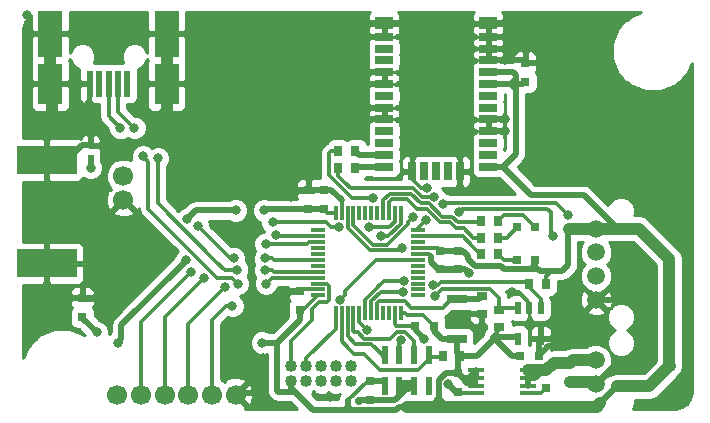
<source format=gtl>
G04 #@! TF.FileFunction,Copper,L1,Top,Signal*
%FSLAX46Y46*%
G04 Gerber Fmt 4.6, Leading zero omitted, Abs format (unit mm)*
G04 Created by KiCad (PCBNEW 4.0.1-stable) date 10/03/2016 22:19:40*
%MOMM*%
G01*
G04 APERTURE LIST*
%ADD10C,0.100000*%
%ADD11R,1.200000X0.300000*%
%ADD12R,0.300000X1.200000*%
%ADD13C,1.500000*%
%ADD14C,1.700000*%
%ADD15R,0.600000X1.500000*%
%ADD16R,5.080000X2.413000*%
%ADD17R,0.800000X0.800000*%
%ADD18R,0.500000X0.600000*%
%ADD19R,1.500000X0.700000*%
%ADD20R,1.500000X1.000000*%
%ADD21R,0.700000X1.500000*%
%ADD22C,1.016000*%
%ADD23R,0.500000X2.250000*%
%ADD24R,2.050000X4.000000*%
%ADD25R,2.050000X3.500000*%
%ADD26R,0.700000X0.950000*%
%ADD27R,0.950000X0.700000*%
%ADD28R,0.700000X0.800000*%
%ADD29R,0.600000X1.100000*%
%ADD30R,1.400000X0.400000*%
%ADD31R,1.700000X0.800000*%
%ADD32C,0.800000*%
%ADD33C,0.700000*%
%ADD34C,0.300000*%
%ADD35C,0.500000*%
%ADD36C,1.000000*%
%ADD37C,0.254000*%
G04 APERTURE END LIST*
D10*
D11*
X201150000Y-124700000D03*
X201150000Y-124200000D03*
X201150000Y-123700000D03*
X201150000Y-123200000D03*
X201150000Y-122700000D03*
X201150000Y-122200000D03*
X201150000Y-121700000D03*
X201150000Y-121200000D03*
X201150000Y-120700000D03*
X201150000Y-120200000D03*
X201150000Y-119700000D03*
X201150000Y-119200000D03*
D12*
X199650000Y-117700000D03*
X199150000Y-117700000D03*
X198650000Y-117700000D03*
X198150000Y-117700000D03*
X197650000Y-117700000D03*
X197150000Y-117700000D03*
X196650000Y-117700000D03*
X196150000Y-117700000D03*
X195650000Y-117700000D03*
X195150000Y-117700000D03*
X194650000Y-117700000D03*
X194150000Y-117700000D03*
D11*
X192650000Y-119200000D03*
X192650000Y-119700000D03*
X192650000Y-120200000D03*
X192650000Y-120700000D03*
X192650000Y-121200000D03*
X192650000Y-121700000D03*
X192650000Y-122200000D03*
X192650000Y-122700000D03*
X192650000Y-123200000D03*
X192650000Y-123700000D03*
X192650000Y-124200000D03*
X192650000Y-124700000D03*
D12*
X194150000Y-126200000D03*
X194650000Y-126200000D03*
X195150000Y-126200000D03*
X195650000Y-126200000D03*
X196150000Y-126200000D03*
X196650000Y-126200000D03*
X197150000Y-126200000D03*
X197650000Y-126200000D03*
X198150000Y-126200000D03*
X198650000Y-126200000D03*
X199150000Y-126200000D03*
X199650000Y-126200000D03*
D13*
X216200000Y-119050000D03*
X216200000Y-121050000D03*
X216200000Y-123050000D03*
X216200000Y-125050000D03*
D14*
X176175000Y-114600000D03*
X176175000Y-116600000D03*
X175675000Y-133100000D03*
X177675000Y-133100000D03*
X179675000Y-133100000D03*
X181675000Y-133100000D03*
X183675000Y-133100000D03*
X185675000Y-133100000D03*
D15*
X198300000Y-132350000D03*
X199550000Y-132350000D03*
X200800000Y-132350000D03*
X200800000Y-129750000D03*
X199550000Y-129750000D03*
X198300000Y-129750000D03*
X202050000Y-132350000D03*
X202050000Y-129750000D03*
D16*
X169700000Y-113218500D03*
X169700000Y-121981500D03*
D17*
X214000000Y-132000000D03*
X214000000Y-130400000D03*
X211950000Y-134150000D03*
X211950000Y-132550000D03*
X204500000Y-131300000D03*
X204500000Y-132900000D03*
X210200000Y-105000000D03*
X210200000Y-106600000D03*
X172700000Y-126500000D03*
X172700000Y-124900000D03*
X203000000Y-120900000D03*
X203000000Y-122500000D03*
X202450000Y-127250000D03*
X200850000Y-127250000D03*
X191150000Y-125950000D03*
X191150000Y-124350000D03*
X193160000Y-117360000D03*
X193160000Y-115760000D03*
X197070000Y-131920000D03*
X197070000Y-133520000D03*
D18*
X173400000Y-113100000D03*
X173400000Y-112000000D03*
D19*
X198250000Y-103800000D03*
X198250000Y-104800000D03*
X198250000Y-109800000D03*
X198250000Y-111800000D03*
X198250000Y-110800000D03*
X198250000Y-108800000D03*
X198250000Y-107800000D03*
X198250000Y-106800000D03*
X198250000Y-105800000D03*
X198250000Y-102800000D03*
D20*
X198250000Y-101650000D03*
D19*
X198250000Y-112800000D03*
X198250000Y-113800000D03*
X198250000Y-113800000D03*
X198250000Y-112800000D03*
D20*
X198250000Y-101650000D03*
D19*
X198250000Y-102800000D03*
X198250000Y-105800000D03*
X198250000Y-106800000D03*
X198250000Y-107800000D03*
X198250000Y-108800000D03*
X198250000Y-110800000D03*
X198250000Y-111800000D03*
X198250000Y-109800000D03*
X198250000Y-104800000D03*
X198250000Y-103800000D03*
D21*
X202650000Y-114200000D03*
X203650000Y-114200000D03*
X204650000Y-114200000D03*
X201650000Y-114200000D03*
X200650000Y-114200000D03*
D19*
X207050000Y-113800000D03*
X207050000Y-112800000D03*
X207050000Y-111800000D03*
X207050000Y-110800000D03*
X207050000Y-109800000D03*
X207050000Y-108800000D03*
X207050000Y-107800000D03*
X207050000Y-106800000D03*
X207050000Y-105800000D03*
X207050000Y-104800000D03*
X207050000Y-103800000D03*
X207050000Y-102800000D03*
D20*
X207050000Y-101650000D03*
D22*
X190380000Y-131970000D03*
X190380000Y-130700000D03*
X191650000Y-131970000D03*
X191650000Y-130700000D03*
X192920000Y-131970000D03*
X192920000Y-130700000D03*
X194190000Y-131970000D03*
X194190000Y-130700000D03*
X195460000Y-131970000D03*
X195460000Y-130700000D03*
D23*
X176520000Y-106760000D03*
X175720000Y-106760000D03*
X174920000Y-106760000D03*
X174120000Y-106760000D03*
X173320000Y-106760000D03*
D24*
X179845000Y-102535000D03*
D25*
X179845000Y-106785000D03*
D24*
X169995000Y-102535000D03*
D25*
X169995000Y-106785000D03*
D26*
X207925000Y-121200000D03*
X206475000Y-121200000D03*
X207925000Y-119800000D03*
X206475000Y-119800000D03*
X207925000Y-118400000D03*
X206475000Y-118400000D03*
D27*
X206510000Y-124785000D03*
X206510000Y-126235000D03*
D26*
X204655000Y-129790000D03*
X203205000Y-129790000D03*
D13*
X216200000Y-130200000D03*
X216200000Y-132200000D03*
D28*
X209500000Y-118925000D03*
X209500000Y-121675000D03*
X211000000Y-121675000D03*
X211000000Y-118925000D03*
D17*
X209750000Y-129800000D03*
X211350000Y-129800000D03*
D29*
X211500000Y-125750000D03*
X210550000Y-125750000D03*
X209600000Y-125750000D03*
X209600000Y-128350000D03*
X211500000Y-128350000D03*
D30*
X206050000Y-131050000D03*
X206050000Y-131700000D03*
X206050000Y-132350000D03*
X206050000Y-133000000D03*
X210450000Y-133000000D03*
X210450000Y-132350000D03*
X210450000Y-131700000D03*
X210450000Y-131050000D03*
D26*
X211955000Y-123730000D03*
X210505000Y-123730000D03*
D27*
X208000000Y-127345000D03*
X208000000Y-125895000D03*
D26*
X194375000Y-112500000D03*
X195825000Y-112500000D03*
X194375000Y-113900000D03*
X195825000Y-113900000D03*
D31*
X204400000Y-125010000D03*
X204400000Y-128410000D03*
D17*
X204500000Y-120900000D03*
X204500000Y-122500000D03*
X191840000Y-117390000D03*
X191840000Y-115790000D03*
D32*
X169700000Y-111400000D03*
X168000000Y-101000000D03*
X168000000Y-104000000D03*
X168000000Y-107000000D03*
X168000000Y-110000000D03*
X188000000Y-133000000D03*
X188000000Y-130000000D03*
X185000000Y-130000000D03*
X169700000Y-123800000D03*
X168000000Y-126000000D03*
X222000000Y-134000000D03*
X224000000Y-132000000D03*
X224000000Y-129000000D03*
X224000000Y-126000000D03*
X224000000Y-123000000D03*
X224000000Y-120000000D03*
X220000000Y-122000000D03*
X220000000Y-129000000D03*
X220000000Y-125000000D03*
X218000000Y-130400000D03*
X213000000Y-129000000D03*
X180000000Y-121000000D03*
X175000000Y-125000000D03*
X175000000Y-123000000D03*
X177000000Y-121000000D03*
X204000000Y-102000000D03*
X204000000Y-104000000D03*
X204000000Y-106000000D03*
X204000000Y-108000000D03*
X204000000Y-110000000D03*
X204000000Y-112000000D03*
X201000000Y-112000000D03*
X201000000Y-110000000D03*
X201000000Y-108000000D03*
X201000000Y-106000000D03*
X201000000Y-104000000D03*
X201000000Y-102000000D03*
X212000000Y-115000000D03*
X214500000Y-115000000D03*
X217000000Y-115000000D03*
X219500000Y-115000000D03*
X189500000Y-115000000D03*
X187000000Y-115000000D03*
X184500000Y-115000000D03*
X182000000Y-115000000D03*
X182000000Y-112500000D03*
X182000000Y-110000000D03*
X182000000Y-107500000D03*
X182000000Y-105000000D03*
X182000000Y-102500000D03*
X184500000Y-102500000D03*
X187000000Y-102500000D03*
X189500000Y-102500000D03*
X192000000Y-102500000D03*
X194500000Y-102500000D03*
X222000000Y-117500000D03*
X222000000Y-115000000D03*
X222000000Y-112500000D03*
X222000000Y-110000000D03*
X219500000Y-110000000D03*
X217000000Y-107500000D03*
X217000000Y-105000000D03*
X217000000Y-102500000D03*
X214500000Y-102500000D03*
X212000000Y-102500000D03*
X173300000Y-108500000D03*
X205430000Y-122830000D03*
D33*
X196120000Y-133620000D03*
D32*
X170880000Y-124880000D03*
X209100000Y-124440000D03*
X203700010Y-132240000D03*
X190390000Y-116390000D03*
X193680000Y-133340000D03*
X196500000Y-109800000D03*
X196500000Y-108800000D03*
X196500000Y-106800000D03*
X196500000Y-105800000D03*
X196500000Y-102800000D03*
X196500000Y-101650000D03*
X208500000Y-104800000D03*
X208500000Y-103800000D03*
X208500000Y-110800000D03*
X208500000Y-102800000D03*
X208500000Y-101650000D03*
X189900000Y-124400000D03*
X206410000Y-127760000D03*
X179010000Y-109870000D03*
X170120000Y-109670000D03*
X208500000Y-109800000D03*
X204690000Y-115580000D03*
X201880000Y-115590000D03*
X201650000Y-128350000D03*
X181500000Y-121700000D03*
X181530000Y-118270000D03*
X173900000Y-127800000D03*
X188100000Y-117500000D03*
X185700000Y-117500000D03*
X175700000Y-128700000D03*
X187900000Y-128700000D03*
X196812826Y-127607174D03*
X199690257Y-128500010D03*
X188170000Y-121550000D03*
X185550000Y-121550000D03*
X182510000Y-118860000D03*
X181910000Y-122680000D03*
X196980000Y-118940000D03*
X183000000Y-123200000D03*
X188800000Y-118520000D03*
X194425000Y-118950000D03*
X188220000Y-120330000D03*
X184800000Y-124000000D03*
X185410000Y-125600000D03*
X189100000Y-119600000D03*
X194523377Y-125049998D03*
X213810000Y-117900000D03*
X200660000Y-118080000D03*
X203210000Y-116970000D03*
X204620000Y-117600010D03*
X199770000Y-120690000D03*
X212570000Y-119710000D03*
X177100000Y-110510000D03*
X188200000Y-122560000D03*
X185810000Y-122540000D03*
X179100000Y-113100000D03*
X177830000Y-112930000D03*
X175930000Y-110540000D03*
X185880000Y-123720000D03*
X188250000Y-123720000D03*
X173400000Y-113900000D03*
X197280000Y-116470000D03*
X197990000Y-119699990D03*
X202466475Y-116337363D03*
X201770000Y-118340000D03*
X199939999Y-123450001D03*
X202400000Y-123850000D03*
X199867926Y-124397265D03*
X202531286Y-124790887D03*
D34*
X169700000Y-111400000D02*
X168300000Y-110000000D01*
D35*
X169700000Y-113218500D02*
X169700000Y-111400000D01*
D34*
X168000000Y-107000000D02*
X168000000Y-104000000D01*
X168300000Y-110000000D02*
X168000000Y-110000000D01*
D35*
X185675000Y-133100000D02*
X185775000Y-133000000D01*
X185775000Y-133000000D02*
X188000000Y-133000000D01*
X188000000Y-130000000D02*
X185000000Y-130000000D01*
X169700000Y-121981500D02*
X169700000Y-123800000D01*
X222000000Y-117500000D02*
X224000000Y-119500000D01*
X224000000Y-129000000D02*
X224000000Y-132000000D01*
X224000000Y-123000000D02*
X224000000Y-126000000D01*
X224000000Y-119500000D02*
X224000000Y-120000000D01*
X216200000Y-125050000D02*
X219950000Y-125050000D01*
X219950000Y-125050000D02*
X220000000Y-125000000D01*
X216200000Y-132200000D02*
X218000000Y-130400000D01*
X211350000Y-129800000D02*
X212150000Y-129000000D01*
X212150000Y-129000000D02*
X213000000Y-129000000D01*
D36*
X214000000Y-132000000D02*
X216000000Y-132000000D01*
X216000000Y-132000000D02*
X216200000Y-132200000D01*
D35*
X175000000Y-123000000D02*
X177000000Y-121000000D01*
X175000000Y-125000000D02*
X172800000Y-125000000D01*
X172700000Y-124900000D02*
X172800000Y-125000000D01*
X204000000Y-106000000D02*
X204000000Y-104000000D01*
X204000000Y-110000000D02*
X204000000Y-108000000D01*
X201000000Y-112000000D02*
X204000000Y-112000000D01*
X201000000Y-108000000D02*
X201000000Y-110000000D01*
X201000000Y-104000000D02*
X201000000Y-106000000D01*
X198250000Y-101650000D02*
X200650000Y-101650000D01*
X200650000Y-101650000D02*
X201000000Y-102000000D01*
X217000000Y-115000000D02*
X214500000Y-115000000D01*
X222000000Y-117500000D02*
X219500000Y-115000000D01*
X184500000Y-115000000D02*
X187000000Y-115000000D01*
X182000000Y-112500000D02*
X182000000Y-115000000D01*
X182000000Y-107500000D02*
X182000000Y-110000000D01*
X182000000Y-102500000D02*
X182000000Y-105000000D01*
X187000000Y-102500000D02*
X184500000Y-102500000D01*
X192000000Y-102500000D02*
X189500000Y-102500000D01*
X198250000Y-101650000D02*
X195350000Y-101650000D01*
X195350000Y-101650000D02*
X194500000Y-102500000D01*
X222000000Y-112500000D02*
X222000000Y-115000000D01*
X219500000Y-110000000D02*
X222000000Y-110000000D01*
X217000000Y-105000000D02*
X217000000Y-107500000D01*
X214500000Y-102500000D02*
X217000000Y-102500000D01*
X207050000Y-101650000D02*
X211150000Y-101650000D01*
X211150000Y-101650000D02*
X212000000Y-102500000D01*
X171681500Y-113218500D02*
X171681500Y-112968500D01*
X171681500Y-112968500D02*
X172650000Y-112000000D01*
X172650000Y-112000000D02*
X173400000Y-112000000D01*
X169700000Y-113218500D02*
X171681500Y-113218500D01*
D34*
X173320000Y-106760000D02*
X173320000Y-108480000D01*
X173320000Y-108480000D02*
X173300000Y-108500000D01*
X206050000Y-133000000D02*
X204600000Y-133000000D01*
X204600000Y-133000000D02*
X204500000Y-132900000D01*
D35*
X204500000Y-122500000D02*
X205100000Y-122500000D01*
X205100000Y-122500000D02*
X205430000Y-122830000D01*
X203000000Y-122500000D02*
X202800000Y-122500000D01*
X202800000Y-122500000D02*
X202200000Y-121900000D01*
X202200000Y-121900000D02*
X202200000Y-121350000D01*
X204500000Y-122500000D02*
X203000000Y-122500000D01*
D34*
X201150000Y-121200000D02*
X202050000Y-121200000D01*
X202050000Y-121200000D02*
X202200000Y-121350000D01*
D35*
X197070000Y-133520000D02*
X196220000Y-133520000D01*
X196220000Y-133520000D02*
X196120000Y-133620000D01*
X172700000Y-124900000D02*
X170900000Y-124900000D01*
X170900000Y-124900000D02*
X170880000Y-124880000D01*
D34*
X210550000Y-125750000D02*
X210550000Y-125309998D01*
X210550000Y-125309998D02*
X209680002Y-124440000D01*
X209680002Y-124440000D02*
X209100000Y-124440000D01*
D35*
X204500000Y-132900000D02*
X204360010Y-132900000D01*
X204360010Y-132900000D02*
X203700010Y-132240000D01*
X191840000Y-115790000D02*
X190990000Y-115790000D01*
X190990000Y-115790000D02*
X190390000Y-116390000D01*
X208500000Y-104800000D02*
X210000000Y-104800000D01*
X210000000Y-104800000D02*
X210200000Y-105000000D01*
X198250000Y-109800000D02*
X196500000Y-109800000D01*
X198250000Y-108800000D02*
X196500000Y-108800000D01*
X197000000Y-106800000D02*
X196500000Y-106800000D01*
X198250000Y-106800000D02*
X197000000Y-106800000D01*
X198250000Y-105800000D02*
X196500000Y-105800000D01*
X198250000Y-102800000D02*
X196500000Y-102800000D01*
X197000000Y-101650000D02*
X196500000Y-101650000D01*
X198250000Y-101650000D02*
X197000000Y-101650000D01*
X207050000Y-104800000D02*
X208500000Y-104800000D01*
X207050000Y-103800000D02*
X208500000Y-103800000D01*
X207050000Y-110800000D02*
X208500000Y-110800000D01*
X207050000Y-102800000D02*
X208500000Y-102800000D01*
X207050000Y-101650000D02*
X208500000Y-101650000D01*
X191150000Y-124350000D02*
X189950000Y-124350000D01*
X189950000Y-124350000D02*
X189900000Y-124400000D01*
X206510000Y-126235000D02*
X206510000Y-127660000D01*
X206510000Y-127660000D02*
X206410000Y-127760000D01*
X211350000Y-129800000D02*
X211350000Y-128500000D01*
X211350000Y-128500000D02*
X211500000Y-128350000D01*
X171500000Y-113318500D02*
X171500000Y-113225000D01*
D36*
X179845000Y-102535000D02*
X179845000Y-106785000D01*
X179845000Y-106785000D02*
X179830000Y-106800000D01*
X179830000Y-106800000D02*
X179830000Y-109050000D01*
X179830000Y-109050000D02*
X179010000Y-109870000D01*
X169995000Y-102535000D02*
X169995000Y-106785000D01*
X169995000Y-106785000D02*
X170120000Y-106910000D01*
X170120000Y-106910000D02*
X170120000Y-109670000D01*
D35*
X191840000Y-115790000D02*
X191485000Y-115790000D01*
X193160000Y-115760000D02*
X191870000Y-115760000D01*
X191870000Y-115760000D02*
X191840000Y-115790000D01*
D34*
X194650000Y-117700000D02*
X194650000Y-116625000D01*
D35*
X193785000Y-115760000D02*
X193160000Y-115760000D01*
X194650000Y-116625000D02*
X193785000Y-115760000D01*
X207050000Y-102800000D02*
X207110000Y-102800000D01*
X210200000Y-105000000D02*
X210070000Y-105050000D01*
X207050000Y-109800000D02*
X208500000Y-109800000D01*
X204650000Y-114200000D02*
X204650000Y-115540000D01*
X204650000Y-115540000D02*
X204690000Y-115580000D01*
D34*
X200650000Y-114200000D02*
X200650000Y-114860000D01*
X200650000Y-114860000D02*
X201380000Y-115590000D01*
X201380000Y-115590000D02*
X201880000Y-115590000D01*
D35*
X199550000Y-132150000D02*
X200800000Y-132150000D01*
X199550000Y-132150000D02*
X199660000Y-132150000D01*
X199660000Y-132150000D02*
X200120000Y-132610000D01*
X197070000Y-133520000D02*
X199210000Y-133520000D01*
X200340000Y-132610000D02*
X200800000Y-132150000D01*
X200120000Y-132610000D02*
X200340000Y-132610000D01*
X199210000Y-133520000D02*
X200120000Y-132610000D01*
X204500000Y-132900000D02*
X204450000Y-132900000D01*
D34*
X192650000Y-124200000D02*
X191300000Y-124200000D01*
X191300000Y-124200000D02*
X191150000Y-124350000D01*
D35*
X200850000Y-127250000D02*
X200850000Y-127550000D01*
X200850000Y-127550000D02*
X201650000Y-128350000D01*
D34*
X200850000Y-127250000D02*
X199250000Y-127250000D01*
X199150000Y-127150000D02*
X199150000Y-126200000D01*
X199250000Y-127250000D02*
X199150000Y-127150000D01*
D36*
X211700000Y-131050000D02*
X211950000Y-131050000D01*
X211950000Y-131050000D02*
X212600000Y-130400000D01*
X212600000Y-130400000D02*
X214000000Y-130400000D01*
X216200000Y-130200000D02*
X214200000Y-130200000D01*
X214200000Y-130200000D02*
X214000000Y-130400000D01*
D35*
X210450000Y-131700000D02*
X211050000Y-131700000D01*
X211050000Y-131700000D02*
X211700000Y-131050000D01*
X210450000Y-131700000D02*
X210450000Y-132350000D01*
X210450000Y-131050000D02*
X210450000Y-131700000D01*
D36*
X211700000Y-131050000D02*
X210450000Y-131050000D01*
D35*
X195800000Y-134380000D02*
X199269252Y-134380000D01*
X199269252Y-134380000D02*
X199499252Y-134150000D01*
X199499252Y-134150000D02*
X200190000Y-134150000D01*
D36*
X203550000Y-134150000D02*
X202200000Y-134150000D01*
X202200000Y-134150000D02*
X200190000Y-134150000D01*
D35*
X202900009Y-133500009D02*
X202849991Y-133500009D01*
X202849991Y-133500009D02*
X202200000Y-134150000D01*
X204500000Y-131300000D02*
X203456008Y-131300000D01*
X203456008Y-131300000D02*
X202900009Y-131855999D01*
X202900009Y-131855999D02*
X202900009Y-133500009D01*
X202900009Y-133500009D02*
X203550000Y-134150000D01*
D34*
X206050000Y-132000000D02*
X206050000Y-131700000D01*
X206050000Y-132350000D02*
X206050000Y-132000000D01*
X205200001Y-132199999D02*
X205000002Y-132000000D01*
X205000002Y-132000000D02*
X204900000Y-131899998D01*
X206050000Y-132000000D02*
X205000002Y-132000000D01*
X206050000Y-132350000D02*
X205899999Y-132199999D01*
X205899999Y-132199999D02*
X205200001Y-132199999D01*
X204900000Y-131899998D02*
X204900000Y-131700000D01*
D35*
X209400000Y-112700000D02*
X209400000Y-107200000D01*
X209400000Y-107200000D02*
X209400000Y-106800000D01*
X209000000Y-106800000D02*
X209400000Y-107200000D01*
X209400000Y-106400000D02*
X209400000Y-106800000D01*
X209400000Y-106000000D02*
X209400000Y-106400000D01*
X209400000Y-106400000D02*
X209000000Y-106800000D01*
X207050000Y-105800000D02*
X209200000Y-105800000D01*
X209200000Y-105800000D02*
X209400000Y-106000000D01*
X204500000Y-120900000D02*
X203000000Y-120900000D01*
X210684999Y-122475001D02*
X211315001Y-122475001D01*
X211315001Y-122475001D02*
X211450000Y-122610000D01*
X205909998Y-122180000D02*
X208127169Y-122180000D01*
X208127169Y-122180000D02*
X208422170Y-122475001D01*
X208422170Y-122475001D02*
X210684999Y-122475001D01*
X210684999Y-122475001D02*
X211000000Y-122160000D01*
X205370000Y-121330000D02*
X205370000Y-121640002D01*
X205370000Y-121640002D02*
X205909998Y-122180000D01*
X204500000Y-120900000D02*
X204940000Y-120900000D01*
X204940000Y-120900000D02*
X205370000Y-121330000D01*
D34*
X201150000Y-120700000D02*
X202800000Y-120700000D01*
X202800000Y-120700000D02*
X203000000Y-120900000D01*
D35*
X185700000Y-117500000D02*
X182300000Y-117500000D01*
X182300000Y-117500000D02*
X181530000Y-118270000D01*
X175700000Y-128700000D02*
X175999999Y-128400001D01*
X175999999Y-128400001D02*
X175999999Y-127200001D01*
X175999999Y-127200001D02*
X181200001Y-121999999D01*
X181200001Y-121999999D02*
X181500000Y-121700000D01*
X173900000Y-127800000D02*
X172700000Y-126600000D01*
X172700000Y-126600000D02*
X172700000Y-126500000D01*
X215175000Y-116200000D02*
X210700000Y-116200000D01*
X210700000Y-116200000D02*
X208300000Y-113800000D01*
X209000000Y-106800000D02*
X209400000Y-106800000D01*
X209400000Y-106800000D02*
X210000000Y-106800000D01*
X207050000Y-113800000D02*
X208300000Y-113800000D01*
X208300000Y-113800000D02*
X209400000Y-112700000D01*
X207050000Y-106800000D02*
X209000000Y-106800000D01*
X210000000Y-106800000D02*
X210200000Y-106600000D01*
X188210000Y-117390000D02*
X191840000Y-117390000D01*
X188100000Y-117500000D02*
X188210000Y-117390000D01*
X189200000Y-128700000D02*
X187900000Y-128700000D01*
X202450000Y-127250000D02*
X202450000Y-127740000D01*
X203120000Y-128410000D02*
X204400000Y-128410000D01*
X202450000Y-127740000D02*
X203120000Y-128410000D01*
X204400000Y-128410000D02*
X204400000Y-129535000D01*
X204400000Y-129535000D02*
X204655000Y-129790000D01*
X204500000Y-131300000D02*
X204500000Y-129945000D01*
X204500000Y-129945000D02*
X204655000Y-129790000D01*
X207450000Y-128200000D02*
X207450000Y-128470000D01*
X206130000Y-129790000D02*
X204655000Y-129790000D01*
X207450000Y-128470000D02*
X206130000Y-129790000D01*
D34*
X208000000Y-127345000D02*
X208000000Y-127650000D01*
X208000000Y-127650000D02*
X207450000Y-128200000D01*
D35*
X211000000Y-121675000D02*
X211000000Y-122160000D01*
D34*
X211000000Y-122160000D02*
X211450000Y-122610000D01*
X211955000Y-123730000D02*
X211955000Y-123085000D01*
X211955000Y-123085000D02*
X212430000Y-122610000D01*
D35*
X213340000Y-122610000D02*
X213800000Y-122150000D01*
X211450000Y-122610000D02*
X212430000Y-122610000D01*
X212430000Y-122610000D02*
X213340000Y-122610000D01*
X217875000Y-119050000D02*
X217875000Y-118900000D01*
X217875000Y-118900000D02*
X215175000Y-116200000D01*
X194725000Y-134380000D02*
X194945000Y-134380000D01*
X194945000Y-134380000D02*
X195200000Y-134125000D01*
X195800000Y-134380000D02*
X195455000Y-134380000D01*
X195455000Y-134380000D02*
X195200000Y-134125000D01*
D34*
X197070000Y-131920000D02*
X196855000Y-131920000D01*
X196855000Y-131920000D02*
X195200000Y-133575000D01*
D35*
X195200000Y-133575000D02*
X195200000Y-134125000D01*
X195200000Y-134125000D02*
X195200000Y-134380000D01*
X209750000Y-129800000D02*
X209050000Y-129800000D01*
X209050000Y-129800000D02*
X207450000Y-128200000D01*
X190675000Y-132850000D02*
X189275000Y-132850000D01*
X191150000Y-126750000D02*
X191150000Y-125950000D01*
X189200000Y-128700000D02*
X191150000Y-126750000D01*
X189200000Y-132775000D02*
X189200000Y-128700000D01*
X189275000Y-132850000D02*
X189200000Y-132775000D01*
X192600000Y-134380000D02*
X192205000Y-134380000D01*
X190380000Y-132555000D02*
X190380000Y-131970000D01*
X192205000Y-134380000D02*
X190675000Y-132850000D01*
X190675000Y-132850000D02*
X190380000Y-132555000D01*
X191840000Y-117390000D02*
X193130000Y-117390000D01*
D34*
X193130000Y-117390000D02*
X193440000Y-117700000D01*
X193440000Y-117700000D02*
X194150000Y-117700000D01*
D35*
X207050000Y-106800000D02*
X207320000Y-106800000D01*
X195800000Y-134380000D02*
X195200000Y-134380000D01*
X195200000Y-134380000D02*
X194725000Y-134380000D01*
X194725000Y-134380000D02*
X192600000Y-134380000D01*
X192600000Y-134380000D02*
X192530000Y-134380000D01*
X197070000Y-131920000D02*
X198070000Y-131920000D01*
X198070000Y-131920000D02*
X198300000Y-132150000D01*
X205300000Y-131700000D02*
X205400000Y-131700000D01*
X205400000Y-131700000D02*
X206050000Y-131050000D01*
X206050000Y-131050000D02*
X206050000Y-131700000D01*
X206050000Y-131700000D02*
X205300000Y-131700000D01*
X205300000Y-131700000D02*
X204900000Y-131700000D01*
X204900000Y-131700000D02*
X204500000Y-131300000D01*
X206050000Y-131700000D02*
X204900000Y-131700000D01*
X204900000Y-131700000D02*
X204500000Y-131300000D01*
D36*
X211950000Y-134150000D02*
X216250000Y-134150000D01*
X218000000Y-132400000D02*
X220700000Y-132400000D01*
D35*
X216550000Y-133850000D02*
X218000000Y-132400000D01*
D36*
X220700000Y-132400000D02*
X222400000Y-130700000D01*
X216250000Y-134150000D02*
X216550000Y-133850000D01*
X211950000Y-134150000D02*
X203550000Y-134150000D01*
D34*
X191150000Y-125950000D02*
X191400000Y-125950000D01*
X191400000Y-125950000D02*
X192650000Y-124700000D01*
D35*
X213800000Y-119150000D02*
X213800000Y-122150000D01*
X213800000Y-119150000D02*
X213900000Y-119050000D01*
D36*
X213900000Y-119050000D02*
X216200000Y-119050000D01*
D35*
X207450000Y-128200000D02*
X208550000Y-128200000D01*
X208550000Y-128200000D02*
X209450000Y-128200000D01*
X209450000Y-128200000D02*
X209600000Y-128350000D01*
D34*
X199650000Y-126200000D02*
X200050000Y-126200000D01*
X201550000Y-126350000D02*
X202450000Y-127250000D01*
X200200000Y-126350000D02*
X201550000Y-126350000D01*
X200050000Y-126200000D02*
X200200000Y-126350000D01*
D35*
X204325000Y-131125000D02*
X204500000Y-131300000D01*
D36*
X216200000Y-119050000D02*
X217875000Y-119050000D01*
X217875000Y-119050000D02*
X219800000Y-119050000D01*
X219800000Y-119050000D02*
X222400000Y-121650000D01*
X222400000Y-130700000D02*
X222400000Y-121650000D01*
X222400000Y-130700000D02*
X222450000Y-130650000D01*
D34*
X195650000Y-126200000D02*
X195650000Y-127750000D01*
X200800000Y-128600000D02*
X200800000Y-129950000D01*
X200000000Y-127800000D02*
X200800000Y-128600000D01*
X199300000Y-127800000D02*
X200000000Y-127800000D01*
X198750000Y-128350000D02*
X199300000Y-127800000D01*
X196565688Y-128350000D02*
X198750000Y-128350000D01*
X196015688Y-127800000D02*
X196565688Y-128350000D01*
X195700000Y-127800000D02*
X196015688Y-127800000D01*
X195650000Y-127750000D02*
X195700000Y-127800000D01*
X196812826Y-127607174D02*
X196150000Y-126944348D01*
X196150000Y-126944348D02*
X196150000Y-126200000D01*
X199550000Y-129950000D02*
X199550000Y-128640267D01*
X199550000Y-128640267D02*
X199690257Y-128500010D01*
X199550000Y-129950000D02*
X199550000Y-129150000D01*
X197910000Y-131000000D02*
X198740000Y-131000000D01*
X198740000Y-131000000D02*
X198890000Y-131000000D01*
X202050000Y-129950000D02*
X202050000Y-130090002D01*
X202050000Y-130090002D02*
X201140002Y-131000000D01*
X201140002Y-131000000D02*
X198740000Y-131000000D01*
X197940000Y-131000000D02*
X198890000Y-131000000D01*
X196560000Y-129650000D02*
X197910000Y-131000000D01*
X195700000Y-129650000D02*
X196560000Y-129650000D01*
X194650000Y-128600000D02*
X195250000Y-129200000D01*
X195250000Y-129200000D02*
X195700000Y-129650000D01*
X202050000Y-129950000D02*
X203045000Y-129950000D01*
X203045000Y-129950000D02*
X203205000Y-129790000D01*
X194650000Y-126200000D02*
X194650000Y-128600000D01*
X194650000Y-128600000D02*
X194750000Y-128700000D01*
X197650000Y-126200000D02*
X197650000Y-125350000D01*
X197650000Y-125350000D02*
X197800000Y-125200000D01*
X197800000Y-125200000D02*
X200000000Y-125200000D01*
X200000000Y-125200000D02*
X200550000Y-125750000D01*
X203950000Y-125010000D02*
X204400000Y-125010000D01*
X200550000Y-125750000D02*
X203210000Y-125750000D01*
X203210000Y-125750000D02*
X203950000Y-125010000D01*
D35*
X204400000Y-125010000D02*
X206285000Y-125010000D01*
X206285000Y-125010000D02*
X206510000Y-124785000D01*
D34*
X188170000Y-121550000D02*
X188735685Y-121550000D01*
X188735685Y-121550000D02*
X188885685Y-121700000D01*
X188885685Y-121700000D02*
X191750000Y-121700000D01*
X191750000Y-121700000D02*
X192650000Y-121700000D01*
X182510000Y-118860000D02*
X185200000Y-121550000D01*
X185200000Y-121550000D02*
X185550000Y-121550000D01*
X177675000Y-127225000D02*
X177675000Y-126915000D01*
X177675000Y-126915000D02*
X181910000Y-122680000D01*
X177675000Y-133100000D02*
X177675000Y-127225000D01*
X198690002Y-118950000D02*
X196990000Y-118950000D01*
X196990000Y-118950000D02*
X196980000Y-118940000D01*
X199150000Y-117700000D02*
X199150000Y-118490002D01*
X199150000Y-118490002D02*
X198690002Y-118950000D01*
X179675000Y-133100000D02*
X179675000Y-126525000D01*
X179675000Y-126525000D02*
X183000000Y-123200000D01*
X191390000Y-118500000D02*
X188820000Y-118500000D01*
X188820000Y-118500000D02*
X188800000Y-118520000D01*
X194425000Y-118950000D02*
X193775000Y-118950000D01*
X193775000Y-118950000D02*
X193325000Y-118500000D01*
X191390000Y-118500000D02*
X193325000Y-118500000D01*
X191390000Y-118500000D02*
X191300000Y-118500000D01*
X188220000Y-120330000D02*
X191760000Y-120330000D01*
X191760000Y-120330000D02*
X191890000Y-120200000D01*
X191890000Y-120200000D02*
X192650000Y-120200000D01*
X181675000Y-133100000D02*
X181675000Y-127125000D01*
X181675000Y-127125000D02*
X184800000Y-124000000D01*
X183675000Y-133100000D02*
X183675000Y-127480000D01*
X183675000Y-127480000D02*
X183675000Y-127325000D01*
X185410000Y-125600000D02*
X184844315Y-125600000D01*
X184844315Y-125600000D02*
X183675000Y-126769315D01*
X183675000Y-126769315D02*
X183675000Y-127480000D01*
X189200000Y-119700000D02*
X192650000Y-119700000D01*
X189100000Y-119600000D02*
X189200000Y-119700000D01*
X194523377Y-125049998D02*
X194923376Y-124649999D01*
X194923376Y-124649999D02*
X194923376Y-124326624D01*
X194923376Y-124326624D02*
X197550000Y-121700000D01*
X197550000Y-121700000D02*
X201150000Y-121700000D01*
X195650000Y-117700000D02*
X195650000Y-118760000D01*
X195650000Y-118760000D02*
X197290000Y-120400000D01*
X197290000Y-120400000D02*
X198512822Y-120400000D01*
X198512822Y-120400000D02*
X200260001Y-118652821D01*
X200260001Y-118652821D02*
X200260001Y-118479999D01*
X200260001Y-118479999D02*
X200660000Y-118080000D01*
X203990000Y-116900000D02*
X203280000Y-116900000D01*
X203280000Y-116900000D02*
X203210000Y-116970000D01*
X203990000Y-116900000D02*
X212810000Y-116900000D01*
X212810000Y-116900000D02*
X213810000Y-117900000D01*
X215920000Y-121050000D02*
X216200000Y-121050000D01*
X204980000Y-117380000D02*
X204840010Y-117380000D01*
X204840010Y-117380000D02*
X204620000Y-117600010D01*
X199025000Y-120875000D02*
X199585000Y-120875000D01*
X199585000Y-120875000D02*
X199770000Y-120690000D01*
X212060000Y-117380000D02*
X205820000Y-117380000D01*
X204980000Y-117380000D02*
X205820000Y-117380000D01*
X212340000Y-118560000D02*
X212340000Y-119480000D01*
X212340000Y-119480000D02*
X212570000Y-119710000D01*
X195150000Y-119010000D02*
X195150000Y-117700000D01*
X196350000Y-120210000D02*
X195150000Y-119010000D01*
X197015000Y-120875000D02*
X196350000Y-120210000D01*
X199025000Y-120875000D02*
X197015000Y-120875000D01*
X216200000Y-123050000D02*
X216100000Y-123050000D01*
X212340000Y-118560000D02*
X212340000Y-117660000D01*
X212340000Y-117660000D02*
X212060000Y-117380000D01*
X177100000Y-110510000D02*
X175720000Y-109130000D01*
X175720000Y-109130000D02*
X175720000Y-108620000D01*
X188200000Y-122560000D02*
X188765685Y-122560000D01*
X188765685Y-122560000D02*
X188905685Y-122700000D01*
X188905685Y-122700000D02*
X191750000Y-122700000D01*
X191750000Y-122700000D02*
X192650000Y-122700000D01*
X184030000Y-121830000D02*
X179100000Y-116900000D01*
X184600000Y-122400000D02*
X184030000Y-121830000D01*
X184030000Y-121830000D02*
X184740000Y-122540000D01*
X184740000Y-122540000D02*
X185810000Y-122540000D01*
X175720000Y-108620000D02*
X175720000Y-106760000D01*
X179100000Y-116900000D02*
X179100000Y-113100000D01*
X184140001Y-123240001D02*
X185400001Y-123240001D01*
X185400001Y-123240001D02*
X185880000Y-123720000D01*
X185880000Y-123720000D02*
X185700001Y-123540001D01*
X184140001Y-123240001D02*
X178300000Y-117400000D01*
X178300000Y-117400000D02*
X178300000Y-113400000D01*
X178300000Y-113400000D02*
X177830000Y-112930000D01*
X174920000Y-108920000D02*
X174920000Y-109530000D01*
X174920000Y-109530000D02*
X175930000Y-110540000D01*
X188250000Y-123720000D02*
X188770000Y-123200000D01*
X174920000Y-106760000D02*
X174920000Y-108920000D01*
X188770000Y-123200000D02*
X192650000Y-123200000D01*
X192150000Y-125850000D02*
X192150000Y-126030000D01*
X191540000Y-127360000D02*
X192150000Y-126750000D01*
X192150000Y-126030000D02*
X192150000Y-126550000D01*
X192150000Y-126750000D02*
X192150000Y-126030000D01*
X190380000Y-130700000D02*
X190380000Y-128520000D01*
X190380000Y-128520000D02*
X191540000Y-127360000D01*
X193400000Y-125250000D02*
X192750000Y-125250000D01*
X192750000Y-125250000D02*
X192150000Y-125850000D01*
X193400000Y-123700000D02*
X192650000Y-123700000D01*
X193400000Y-125250000D02*
X193600000Y-125050000D01*
X193600000Y-125050000D02*
X193600000Y-124550000D01*
X193600000Y-123900000D02*
X193600000Y-124550000D01*
X193400000Y-123700000D02*
X193600000Y-123900000D01*
X194150000Y-126200000D02*
X194150000Y-127520000D01*
X191650000Y-130020000D02*
X191650000Y-130700000D01*
X194150000Y-127520000D02*
X191650000Y-130020000D01*
X195150000Y-128150000D02*
X195800010Y-128800010D01*
X195800010Y-128800010D02*
X197150010Y-128800010D01*
X197150010Y-128800010D02*
X198300000Y-129950000D01*
X195150000Y-126200000D02*
X195150000Y-128150000D01*
X195150000Y-128150000D02*
X195250000Y-128250000D01*
X198150000Y-129950000D02*
X198300000Y-129950000D01*
X198300000Y-129950000D02*
X198300000Y-129850000D01*
X198300000Y-129950000D02*
X198300000Y-129650000D01*
D35*
X173400000Y-113100000D02*
X173400000Y-113900000D01*
D34*
X210450000Y-133000000D02*
X211500000Y-133000000D01*
X211500000Y-133000000D02*
X211950000Y-132550000D01*
D35*
X198250000Y-112800000D02*
X196125000Y-112800000D01*
X196125000Y-112800000D02*
X195825000Y-112500000D01*
D34*
X195825000Y-112500000D02*
X195950000Y-112500000D01*
D35*
X198250000Y-113800000D02*
X195925000Y-113800000D01*
X195925000Y-113800000D02*
X195825000Y-113900000D01*
D34*
X198200000Y-113850000D02*
X198250000Y-113800000D01*
X207925000Y-121200000D02*
X208400000Y-121675000D01*
X208400000Y-121675000D02*
X209500000Y-121675000D01*
X208400000Y-121675000D02*
X209500000Y-121675000D01*
X209275000Y-121900000D02*
X209500000Y-121675000D01*
X205700000Y-120500000D02*
X204900000Y-119700000D01*
X204900000Y-119700000D02*
X204100000Y-119700000D01*
X205700000Y-120500000D02*
X206400000Y-121200000D01*
X206400000Y-121200000D02*
X206475000Y-121200000D01*
X203584312Y-119700000D02*
X204100000Y-119700000D01*
X204100000Y-119700000D02*
X204900000Y-119700000D01*
X201150000Y-119700000D02*
X203584312Y-119700000D01*
X209500000Y-118925000D02*
X208625000Y-119800000D01*
X208625000Y-119800000D02*
X207925000Y-119800000D01*
X198913609Y-116536391D02*
X200152393Y-116536391D01*
X200152393Y-116536391D02*
X201016002Y-117400000D01*
X198650000Y-116800000D02*
X198913609Y-116536391D01*
X206475000Y-119800000D02*
X205800000Y-119800000D01*
X203013590Y-118500000D02*
X201913590Y-117400000D01*
X205800000Y-119800000D02*
X205000000Y-119000000D01*
X205000000Y-119000000D02*
X204347578Y-119000000D01*
X204347578Y-119000000D02*
X203847578Y-118500000D01*
X203847578Y-118500000D02*
X203013590Y-118500000D01*
X201913590Y-117400000D02*
X201016002Y-117400000D01*
X198650000Y-116800000D02*
X198650000Y-117700000D01*
X211000000Y-118925000D02*
X209975000Y-117900000D01*
X208425000Y-117900000D02*
X207925000Y-118400000D01*
X209975000Y-117900000D02*
X208425000Y-117900000D01*
X198150000Y-117700000D02*
X198150000Y-116663590D01*
X198727209Y-116086381D02*
X200536381Y-116086381D01*
X200536381Y-116086381D02*
X201350000Y-116900000D01*
X198150000Y-116663590D02*
X198727209Y-116086381D01*
X201350000Y-116900000D02*
X202050000Y-116900000D01*
X202050000Y-116900000D02*
X203190000Y-118040000D01*
X203190000Y-118040000D02*
X204023988Y-118040000D01*
X206375000Y-118500000D02*
X206475000Y-118400000D01*
X204023988Y-118040000D02*
X204483988Y-118500000D01*
X204483988Y-118500000D02*
X206375000Y-118500000D01*
X195550000Y-116450000D02*
X197260000Y-116450000D01*
X197260000Y-116450000D02*
X197280000Y-116470000D01*
X199650000Y-117700000D02*
X199650000Y-118626412D01*
X199650000Y-118626412D02*
X198576422Y-119699990D01*
X198576422Y-119699990D02*
X198555685Y-119699990D01*
X198555685Y-119699990D02*
X197990000Y-119699990D01*
X193600000Y-114500000D02*
X195550000Y-116450000D01*
X193725000Y-112500000D02*
X193600000Y-112625000D01*
X194375000Y-112500000D02*
X193725000Y-112500000D01*
X193600000Y-112625000D02*
X193600000Y-114500000D01*
X194980000Y-115180000D02*
X194375000Y-114575000D01*
X202466475Y-116337363D02*
X201423773Y-116337363D01*
X201423773Y-116337363D02*
X200722781Y-115636371D01*
X200722781Y-115636371D02*
X195436371Y-115636371D01*
X195436371Y-115636371D02*
X194980000Y-115180000D01*
X194375000Y-114575000D02*
X194375000Y-113900000D01*
X201150000Y-119200000D02*
X201150000Y-118960000D01*
X201150000Y-118960000D02*
X201770000Y-118340000D01*
X196650000Y-125050000D02*
X197630000Y-124070000D01*
X199939999Y-123450001D02*
X198249999Y-123450001D01*
X197630000Y-124070000D02*
X197850000Y-123850000D01*
X198249999Y-123450001D02*
X197630000Y-124070000D01*
X211500000Y-125750000D02*
X211500000Y-125010000D01*
X211500000Y-125010000D02*
X210505000Y-124015000D01*
X210505000Y-124015000D02*
X210505000Y-123730000D01*
X210325000Y-123550000D02*
X206750000Y-123550000D01*
X203100000Y-123550000D02*
X202800000Y-123850000D01*
X202800000Y-123850000D02*
X202400000Y-123850000D01*
X196650000Y-125050000D02*
X196650000Y-126200000D01*
X206750000Y-123550000D02*
X203100000Y-123550000D01*
X210325000Y-123550000D02*
X210505000Y-123730000D01*
X202531286Y-124790887D02*
X203187174Y-124134999D01*
X203187174Y-124134999D02*
X207225001Y-124134999D01*
X207225001Y-124134999D02*
X208000000Y-124909998D01*
X208000000Y-124909998D02*
X208000000Y-125245000D01*
X208000000Y-125245000D02*
X208000000Y-125895000D01*
X199867926Y-124397265D02*
X197952735Y-124397265D01*
X197952735Y-124397265D02*
X197150000Y-125200000D01*
X197150000Y-125200000D02*
X197150000Y-126200000D01*
X209600000Y-125750000D02*
X208145000Y-125750000D01*
X208145000Y-125750000D02*
X208000000Y-125895000D01*
D37*
G36*
X178185000Y-102249250D02*
X178343750Y-102408000D01*
X179718000Y-102408000D01*
X179718000Y-102388000D01*
X179972000Y-102388000D01*
X179972000Y-102408000D01*
X181346250Y-102408000D01*
X181505000Y-102249250D01*
X181505000Y-101935750D01*
X196865000Y-101935750D01*
X196865000Y-102276309D01*
X196874813Y-102300000D01*
X196865000Y-102323691D01*
X196865000Y-102514250D01*
X197023750Y-102673000D01*
X197124974Y-102673000D01*
X197140301Y-102688327D01*
X197373690Y-102785000D01*
X197964250Y-102785000D01*
X198076250Y-102673000D01*
X198123000Y-102673000D01*
X198123000Y-101777000D01*
X198377000Y-101777000D01*
X198377000Y-102673000D01*
X198423750Y-102673000D01*
X198535750Y-102785000D01*
X199126310Y-102785000D01*
X199359699Y-102688327D01*
X199375026Y-102673000D01*
X199476250Y-102673000D01*
X199635000Y-102514250D01*
X199635000Y-102323691D01*
X199625187Y-102300000D01*
X199635000Y-102276309D01*
X199635000Y-101935750D01*
X205665000Y-101935750D01*
X205665000Y-102276309D01*
X205674813Y-102300000D01*
X205665000Y-102323691D01*
X205665000Y-102514250D01*
X205823750Y-102673000D01*
X205924974Y-102673000D01*
X205940301Y-102688327D01*
X206173690Y-102785000D01*
X206764250Y-102785000D01*
X206876250Y-102673000D01*
X206923000Y-102673000D01*
X206923000Y-101777000D01*
X207177000Y-101777000D01*
X207177000Y-102673000D01*
X207223750Y-102673000D01*
X207335750Y-102785000D01*
X207926310Y-102785000D01*
X208159699Y-102688327D01*
X208175026Y-102673000D01*
X208276250Y-102673000D01*
X208435000Y-102514250D01*
X208435000Y-102323691D01*
X208425187Y-102300000D01*
X208435000Y-102276309D01*
X208435000Y-101935750D01*
X208276250Y-101777000D01*
X207177000Y-101777000D01*
X206923000Y-101777000D01*
X205823750Y-101777000D01*
X205665000Y-101935750D01*
X199635000Y-101935750D01*
X199476250Y-101777000D01*
X198377000Y-101777000D01*
X198123000Y-101777000D01*
X197023750Y-101777000D01*
X196865000Y-101935750D01*
X181505000Y-101935750D01*
X181505000Y-100710000D01*
X197041975Y-100710000D01*
X196961673Y-100790302D01*
X196865000Y-101023691D01*
X196865000Y-101364250D01*
X197023750Y-101523000D01*
X198123000Y-101523000D01*
X198123000Y-101503000D01*
X198377000Y-101503000D01*
X198377000Y-101523000D01*
X199476250Y-101523000D01*
X199635000Y-101364250D01*
X199635000Y-101023691D01*
X199538327Y-100790302D01*
X199458025Y-100710000D01*
X205841975Y-100710000D01*
X205761673Y-100790302D01*
X205665000Y-101023691D01*
X205665000Y-101364250D01*
X205823750Y-101523000D01*
X206923000Y-101523000D01*
X206923000Y-101503000D01*
X207177000Y-101503000D01*
X207177000Y-101523000D01*
X208276250Y-101523000D01*
X208435000Y-101364250D01*
X208435000Y-101023691D01*
X208338327Y-100790302D01*
X208258025Y-100710000D01*
X219978315Y-100710000D01*
X219051296Y-101093037D01*
X218790466Y-101353413D01*
X218661057Y-101406883D01*
X218397808Y-101669673D01*
X218344111Y-101798989D01*
X218086425Y-102056226D01*
X217563596Y-103315337D01*
X217563178Y-103793896D01*
X217555162Y-103813201D01*
X217554838Y-104185167D01*
X217562820Y-104204485D01*
X217562406Y-104678682D01*
X218083037Y-105938704D01*
X218343413Y-106199534D01*
X218396883Y-106328943D01*
X218659673Y-106592192D01*
X218788989Y-106645889D01*
X219046226Y-106903575D01*
X220305337Y-107426404D01*
X220783896Y-107426822D01*
X220803201Y-107434838D01*
X221175167Y-107435162D01*
X221194485Y-107427180D01*
X221668682Y-107427594D01*
X222928704Y-106906963D01*
X223189534Y-106646587D01*
X223318943Y-106593117D01*
X223582192Y-106330327D01*
X223635889Y-106201011D01*
X223893575Y-105943774D01*
X224290000Y-104989077D01*
X224290000Y-132930069D01*
X224178953Y-133488340D01*
X223902333Y-133902331D01*
X223488338Y-134178954D01*
X222930069Y-134290000D01*
X219338110Y-134290000D01*
X219484794Y-133936745D01*
X219485145Y-133535000D01*
X220700000Y-133535000D01*
X221134346Y-133448603D01*
X221502566Y-133202566D01*
X223252566Y-131452566D01*
X223498604Y-131084345D01*
X223585000Y-130650000D01*
X223535000Y-130398631D01*
X223535000Y-121650000D01*
X223448603Y-121215654D01*
X223202566Y-120847434D01*
X220602566Y-118247434D01*
X220568991Y-118225000D01*
X220234346Y-118001397D01*
X219800000Y-117915000D01*
X219431538Y-117915000D01*
X219484794Y-117786745D01*
X219485206Y-117315323D01*
X219305180Y-116879628D01*
X218972125Y-116545991D01*
X218536745Y-116365206D01*
X218065323Y-116364794D01*
X217629628Y-116544820D01*
X217295991Y-116877875D01*
X217239794Y-117013214D01*
X215800790Y-115574210D01*
X215513675Y-115382367D01*
X215457484Y-115371190D01*
X215175000Y-115314999D01*
X215174995Y-115315000D01*
X211066579Y-115315000D01*
X209551580Y-113800000D01*
X210025787Y-113325792D01*
X210025790Y-113325790D01*
X210217633Y-113038675D01*
X210233102Y-112960910D01*
X210285001Y-112700000D01*
X210285000Y-112699995D01*
X210285000Y-107647440D01*
X210600000Y-107647440D01*
X210835317Y-107603162D01*
X211051441Y-107464090D01*
X211196431Y-107251890D01*
X211247440Y-107000000D01*
X211247440Y-106200000D01*
X211203162Y-105964683D01*
X211097518Y-105800507D01*
X211138327Y-105759698D01*
X211235000Y-105526309D01*
X211235000Y-105285750D01*
X211076250Y-105127000D01*
X210327000Y-105127000D01*
X210327000Y-105147000D01*
X210073000Y-105147000D01*
X210073000Y-105127000D01*
X210053000Y-105127000D01*
X210053000Y-104873000D01*
X210073000Y-104873000D01*
X210073000Y-104123750D01*
X210327000Y-104123750D01*
X210327000Y-104873000D01*
X211076250Y-104873000D01*
X211235000Y-104714250D01*
X211235000Y-104473691D01*
X211138327Y-104240302D01*
X210959699Y-104061673D01*
X210726310Y-103965000D01*
X210485750Y-103965000D01*
X210327000Y-104123750D01*
X210073000Y-104123750D01*
X209914250Y-103965000D01*
X209673690Y-103965000D01*
X209440301Y-104061673D01*
X209261673Y-104240302D01*
X209165000Y-104473691D01*
X209165000Y-104714250D01*
X209323748Y-104872998D01*
X209165000Y-104872998D01*
X209165000Y-104915000D01*
X208141797Y-104915000D01*
X208051890Y-104853569D01*
X207800000Y-104802560D01*
X206300000Y-104802560D01*
X206064683Y-104846838D01*
X205940108Y-104927000D01*
X205823750Y-104927000D01*
X205665000Y-105085750D01*
X205665000Y-105276309D01*
X205680269Y-105313171D01*
X205652560Y-105450000D01*
X205652560Y-106150000D01*
X205681821Y-106305507D01*
X205652560Y-106450000D01*
X205652560Y-107150000D01*
X205681821Y-107305507D01*
X205652560Y-107450000D01*
X205652560Y-108150000D01*
X205681821Y-108305507D01*
X205652560Y-108450000D01*
X205652560Y-109150000D01*
X205678919Y-109290087D01*
X205665000Y-109323691D01*
X205665000Y-109514250D01*
X205823750Y-109673000D01*
X205940640Y-109673000D01*
X206048110Y-109746431D01*
X206300000Y-109797440D01*
X207800000Y-109797440D01*
X208035317Y-109753162D01*
X208159892Y-109673000D01*
X208276250Y-109673000D01*
X208435000Y-109514250D01*
X208435000Y-109323691D01*
X208419731Y-109286829D01*
X208447440Y-109150000D01*
X208447440Y-108450000D01*
X208418179Y-108294493D01*
X208447440Y-108150000D01*
X208447440Y-107685000D01*
X208515000Y-107685000D01*
X208515000Y-112333421D01*
X208439677Y-112408744D01*
X208418179Y-112294493D01*
X208447440Y-112150000D01*
X208447440Y-111450000D01*
X208421081Y-111309913D01*
X208435000Y-111276309D01*
X208435000Y-111085750D01*
X208276250Y-110927000D01*
X208159360Y-110927000D01*
X208051890Y-110853569D01*
X207800000Y-110802560D01*
X206300000Y-110802560D01*
X206064683Y-110846838D01*
X205940108Y-110927000D01*
X205823750Y-110927000D01*
X205665000Y-111085750D01*
X205665000Y-111276309D01*
X205680269Y-111313171D01*
X205652560Y-111450000D01*
X205652560Y-112150000D01*
X205681821Y-112305507D01*
X205652560Y-112450000D01*
X205652560Y-113150000D01*
X205681821Y-113305507D01*
X205652560Y-113450000D01*
X205652560Y-114150000D01*
X205696838Y-114385317D01*
X205835910Y-114601441D01*
X206048110Y-114746431D01*
X206300000Y-114797440D01*
X207800000Y-114797440D01*
X208006925Y-114758504D01*
X209363421Y-116115000D01*
X203818927Y-116115000D01*
X203797046Y-116093081D01*
X203420870Y-115936880D01*
X203344417Y-115751848D01*
X203162478Y-115569591D01*
X203300000Y-115597440D01*
X204000000Y-115597440D01*
X204140086Y-115571081D01*
X204173690Y-115585000D01*
X204364250Y-115585000D01*
X204523000Y-115426250D01*
X204523000Y-115309360D01*
X204596431Y-115201890D01*
X204647440Y-114950000D01*
X204647440Y-114327000D01*
X204777000Y-114327000D01*
X204777000Y-115426250D01*
X204935750Y-115585000D01*
X205126310Y-115585000D01*
X205359699Y-115488327D01*
X205538327Y-115309698D01*
X205635000Y-115076309D01*
X205635000Y-114485750D01*
X205476250Y-114327000D01*
X204777000Y-114327000D01*
X204647440Y-114327000D01*
X204647440Y-113450000D01*
X204603162Y-113214683D01*
X204523000Y-113090108D01*
X204523000Y-112973750D01*
X204777000Y-112973750D01*
X204777000Y-114073000D01*
X205476250Y-114073000D01*
X205635000Y-113914250D01*
X205635000Y-113323691D01*
X205538327Y-113090302D01*
X205359699Y-112911673D01*
X205126310Y-112815000D01*
X204935750Y-112815000D01*
X204777000Y-112973750D01*
X204523000Y-112973750D01*
X204364250Y-112815000D01*
X204173690Y-112815000D01*
X204136829Y-112830268D01*
X204000000Y-112802560D01*
X203300000Y-112802560D01*
X203144493Y-112831821D01*
X203000000Y-112802560D01*
X202300000Y-112802560D01*
X202144493Y-112831821D01*
X202000000Y-112802560D01*
X201300000Y-112802560D01*
X201159914Y-112828919D01*
X201126310Y-112815000D01*
X200935750Y-112815000D01*
X200777000Y-112973750D01*
X200777000Y-113090640D01*
X200703569Y-113198110D01*
X200652560Y-113450000D01*
X200652560Y-114347000D01*
X200523000Y-114347000D01*
X200523000Y-114327000D01*
X199823750Y-114327000D01*
X199665000Y-114485750D01*
X199665000Y-114851371D01*
X196607356Y-114851371D01*
X196626441Y-114839090D01*
X196731726Y-114685000D01*
X197158203Y-114685000D01*
X197248110Y-114746431D01*
X197500000Y-114797440D01*
X199000000Y-114797440D01*
X199235317Y-114753162D01*
X199451441Y-114614090D01*
X199596431Y-114401890D01*
X199647440Y-114150000D01*
X199647440Y-113450000D01*
X199623674Y-113323691D01*
X199665000Y-113323691D01*
X199665000Y-113914250D01*
X199823750Y-114073000D01*
X200523000Y-114073000D01*
X200523000Y-112973750D01*
X200364250Y-112815000D01*
X200173690Y-112815000D01*
X199940301Y-112911673D01*
X199761673Y-113090302D01*
X199665000Y-113323691D01*
X199623674Y-113323691D01*
X199618179Y-113294493D01*
X199647440Y-113150000D01*
X199647440Y-112450000D01*
X199618179Y-112294493D01*
X199647440Y-112150000D01*
X199647440Y-111450000D01*
X199618179Y-111294493D01*
X199647440Y-111150000D01*
X199647440Y-110450000D01*
X199621081Y-110309913D01*
X199635000Y-110276309D01*
X199635000Y-110085750D01*
X205665000Y-110085750D01*
X205665000Y-110276309D01*
X205674813Y-110300000D01*
X205665000Y-110323691D01*
X205665000Y-110514250D01*
X205823750Y-110673000D01*
X205924974Y-110673000D01*
X205940301Y-110688327D01*
X206173690Y-110785000D01*
X206764250Y-110785000D01*
X206876250Y-110673000D01*
X206923000Y-110673000D01*
X206923000Y-109927000D01*
X207177000Y-109927000D01*
X207177000Y-110673000D01*
X207223750Y-110673000D01*
X207335750Y-110785000D01*
X207926310Y-110785000D01*
X208159699Y-110688327D01*
X208175026Y-110673000D01*
X208276250Y-110673000D01*
X208435000Y-110514250D01*
X208435000Y-110323691D01*
X208425187Y-110300000D01*
X208435000Y-110276309D01*
X208435000Y-110085750D01*
X208276250Y-109927000D01*
X208175026Y-109927000D01*
X208159699Y-109911673D01*
X207926310Y-109815000D01*
X207335750Y-109815000D01*
X207223750Y-109927000D01*
X207177000Y-109927000D01*
X206923000Y-109927000D01*
X206876250Y-109927000D01*
X206764250Y-109815000D01*
X206173690Y-109815000D01*
X205940301Y-109911673D01*
X205924974Y-109927000D01*
X205823750Y-109927000D01*
X205665000Y-110085750D01*
X199635000Y-110085750D01*
X199476250Y-109927000D01*
X199359360Y-109927000D01*
X199251890Y-109853569D01*
X199000000Y-109802560D01*
X197500000Y-109802560D01*
X197264683Y-109846838D01*
X197140108Y-109927000D01*
X197023750Y-109927000D01*
X196865000Y-110085750D01*
X196865000Y-110276309D01*
X196880269Y-110313171D01*
X196852560Y-110450000D01*
X196852560Y-111150000D01*
X196881821Y-111305507D01*
X196852560Y-111450000D01*
X196852560Y-111915000D01*
X196801742Y-111915000D01*
X196778162Y-111789683D01*
X196639090Y-111573559D01*
X196426890Y-111428569D01*
X196175000Y-111377560D01*
X195475000Y-111377560D01*
X195239683Y-111421838D01*
X195099273Y-111512190D01*
X194976890Y-111428569D01*
X194725000Y-111377560D01*
X194025000Y-111377560D01*
X193789683Y-111421838D01*
X193573559Y-111560910D01*
X193428569Y-111773110D01*
X193428389Y-111774000D01*
X193424594Y-111774755D01*
X193169921Y-111944921D01*
X193044921Y-112069921D01*
X192874755Y-112324593D01*
X192826998Y-112564683D01*
X192815000Y-112625000D01*
X192815000Y-114500000D01*
X192859756Y-114725000D01*
X192633690Y-114725000D01*
X192463787Y-114795376D01*
X192366310Y-114755000D01*
X192125750Y-114755000D01*
X191967000Y-114913750D01*
X191967000Y-115663000D01*
X192716250Y-115663000D01*
X192746250Y-115633000D01*
X193033000Y-115633000D01*
X193033000Y-115613000D01*
X193287000Y-115613000D01*
X193287000Y-115633000D01*
X193307000Y-115633000D01*
X193307000Y-115887000D01*
X193287000Y-115887000D01*
X193287000Y-115907000D01*
X193033000Y-115907000D01*
X193033000Y-115887000D01*
X192283750Y-115887000D01*
X192253750Y-115917000D01*
X191967000Y-115917000D01*
X191967000Y-115937000D01*
X191713000Y-115937000D01*
X191713000Y-115917000D01*
X190963750Y-115917000D01*
X190805000Y-116075750D01*
X190805000Y-116316309D01*
X190883158Y-116505000D01*
X188402675Y-116505000D01*
X188306777Y-116465180D01*
X187895029Y-116464821D01*
X187514485Y-116622058D01*
X187223081Y-116912954D01*
X187065180Y-117293223D01*
X187064821Y-117704971D01*
X187222058Y-118085515D01*
X187512954Y-118376919D01*
X187765033Y-118481591D01*
X187764821Y-118724971D01*
X187922058Y-119105515D01*
X188107507Y-119291288D01*
X188106007Y-119294900D01*
X188015029Y-119294821D01*
X187634485Y-119452058D01*
X187343081Y-119742954D01*
X187185180Y-120123223D01*
X187184821Y-120534971D01*
X187341633Y-120914487D01*
X187293081Y-120962954D01*
X187135180Y-121343223D01*
X187134821Y-121754971D01*
X187273864Y-122091482D01*
X187165180Y-122353223D01*
X187164821Y-122764971D01*
X187322058Y-123145515D01*
X187354409Y-123177922D01*
X187215180Y-123513223D01*
X187214821Y-123924971D01*
X187372058Y-124305515D01*
X187662954Y-124596919D01*
X188043223Y-124754820D01*
X188454971Y-124755179D01*
X188835515Y-124597942D01*
X189126919Y-124307046D01*
X189260644Y-123985000D01*
X190115000Y-123985000D01*
X190115000Y-124064250D01*
X190273750Y-124223000D01*
X191023000Y-124223000D01*
X191023000Y-124203000D01*
X191277000Y-124203000D01*
X191277000Y-124223000D01*
X191297000Y-124223000D01*
X191297000Y-124477000D01*
X191277000Y-124477000D01*
X191277000Y-124497000D01*
X191023000Y-124497000D01*
X191023000Y-124477000D01*
X190273750Y-124477000D01*
X190115000Y-124635750D01*
X190115000Y-124876309D01*
X190211673Y-125109698D01*
X190253634Y-125151660D01*
X190153569Y-125298110D01*
X190102560Y-125550000D01*
X190102560Y-126350000D01*
X190133577Y-126514843D01*
X188833420Y-127815000D01*
X188467585Y-127815000D01*
X188106777Y-127665180D01*
X187695029Y-127664821D01*
X187314485Y-127822058D01*
X187023081Y-128112954D01*
X186865180Y-128493223D01*
X186864821Y-128904971D01*
X187022058Y-129285515D01*
X187312954Y-129576919D01*
X187693223Y-129734820D01*
X188104971Y-129735179D01*
X188315000Y-129648397D01*
X188315000Y-132774995D01*
X188314999Y-132775000D01*
X188360042Y-133001441D01*
X188382367Y-133113675D01*
X188530463Y-133335317D01*
X188574210Y-133400790D01*
X188649208Y-133475787D01*
X188649210Y-133475790D01*
X188936325Y-133667633D01*
X188992516Y-133678810D01*
X189275000Y-133735001D01*
X189275005Y-133735000D01*
X190308420Y-133735000D01*
X190863421Y-134290000D01*
X186492703Y-134290000D01*
X186539353Y-134143958D01*
X185675000Y-133279605D01*
X185660858Y-133293748D01*
X185481253Y-133114143D01*
X185495395Y-133100000D01*
X185854605Y-133100000D01*
X186718958Y-133964353D01*
X186970259Y-133884080D01*
X187171718Y-133328721D01*
X187145315Y-132738542D01*
X186970259Y-132315920D01*
X186718958Y-132235647D01*
X185854605Y-133100000D01*
X185495395Y-133100000D01*
X185481253Y-133085858D01*
X185660858Y-132906253D01*
X185675000Y-132920395D01*
X186539353Y-132056042D01*
X186459080Y-131804741D01*
X185903721Y-131603282D01*
X185313542Y-131629685D01*
X184890920Y-131804741D01*
X184810648Y-132056040D01*
X184695938Y-131941330D01*
X184656248Y-131981020D01*
X184517283Y-131841812D01*
X184460000Y-131818026D01*
X184460000Y-127094473D01*
X185002853Y-126551620D01*
X185203223Y-126634820D01*
X185614971Y-126635179D01*
X185995515Y-126477942D01*
X186286919Y-126187046D01*
X186444820Y-125806777D01*
X186445179Y-125395029D01*
X186287942Y-125014485D01*
X186029039Y-124755130D01*
X186084971Y-124755179D01*
X186465515Y-124597942D01*
X186756919Y-124307046D01*
X186914820Y-123926777D01*
X186915179Y-123515029D01*
X186757942Y-123134485D01*
X186705602Y-123082053D01*
X186844820Y-122746777D01*
X186845179Y-122335029D01*
X186687942Y-121954485D01*
X186557135Y-121823450D01*
X186584820Y-121756777D01*
X186585179Y-121345029D01*
X186427942Y-120964485D01*
X186137046Y-120673081D01*
X185756777Y-120515180D01*
X185345029Y-120514821D01*
X185295460Y-120535303D01*
X183545066Y-118784908D01*
X183545179Y-118655029D01*
X183433606Y-118385000D01*
X185132415Y-118385000D01*
X185493223Y-118534820D01*
X185904971Y-118535179D01*
X186285515Y-118377942D01*
X186576919Y-118087046D01*
X186734820Y-117706777D01*
X186735179Y-117295029D01*
X186577942Y-116914485D01*
X186287046Y-116623081D01*
X185906777Y-116465180D01*
X185495029Y-116464821D01*
X185131567Y-116615000D01*
X182300000Y-116615000D01*
X181961325Y-116682367D01*
X181674210Y-116874210D01*
X181674208Y-116874213D01*
X181305552Y-117242869D01*
X180944485Y-117392058D01*
X180823245Y-117513087D01*
X179885000Y-116574842D01*
X179885000Y-115263691D01*
X190805000Y-115263691D01*
X190805000Y-115504250D01*
X190963750Y-115663000D01*
X191713000Y-115663000D01*
X191713000Y-114913750D01*
X191554250Y-114755000D01*
X191313690Y-114755000D01*
X191080301Y-114851673D01*
X190901673Y-115030302D01*
X190805000Y-115263691D01*
X179885000Y-115263691D01*
X179885000Y-113778805D01*
X179976919Y-113687046D01*
X180134820Y-113306777D01*
X180135179Y-112895029D01*
X179977942Y-112514485D01*
X179687046Y-112223081D01*
X179306777Y-112065180D01*
X178895029Y-112064821D01*
X178564924Y-112201217D01*
X178417046Y-112053081D01*
X178036777Y-111895180D01*
X177625029Y-111894821D01*
X177244485Y-112052058D01*
X176953081Y-112342954D01*
X176795180Y-112723223D01*
X176794821Y-113134971D01*
X176851913Y-113273144D01*
X176471681Y-113115258D01*
X175880911Y-113114743D01*
X175334914Y-113340344D01*
X174916812Y-113757717D01*
X174690258Y-114303319D01*
X174689743Y-114894089D01*
X174915344Y-115440086D01*
X175056140Y-115581128D01*
X175016330Y-115620938D01*
X175131040Y-115735648D01*
X174879741Y-115815920D01*
X174678282Y-116371279D01*
X174704685Y-116961458D01*
X174879741Y-117384080D01*
X175131042Y-117464353D01*
X175995395Y-116600000D01*
X175981253Y-116585858D01*
X176160858Y-116406253D01*
X176175000Y-116420395D01*
X176189143Y-116406253D01*
X176368748Y-116585858D01*
X176354605Y-116600000D01*
X177218958Y-117464353D01*
X177470259Y-117384080D01*
X177515000Y-117260743D01*
X177515000Y-117400000D01*
X177574755Y-117700407D01*
X177744921Y-117955079D01*
X180763061Y-120973219D01*
X180623081Y-121112954D01*
X180472268Y-121476153D01*
X175374209Y-126574211D01*
X175182366Y-126861326D01*
X175182366Y-126861327D01*
X175114998Y-127200001D01*
X175114999Y-127200006D01*
X175114999Y-127821846D01*
X175114485Y-127822058D01*
X174934825Y-128001405D01*
X174935179Y-127595029D01*
X174777942Y-127214485D01*
X174487046Y-126923081D01*
X174123848Y-126772268D01*
X173747440Y-126395860D01*
X173747440Y-126100000D01*
X173703162Y-125864683D01*
X173597518Y-125700507D01*
X173638327Y-125659698D01*
X173735000Y-125426309D01*
X173735000Y-125185750D01*
X173576250Y-125027000D01*
X172827000Y-125027000D01*
X172827000Y-125047000D01*
X172573000Y-125047000D01*
X172573000Y-125027000D01*
X171823750Y-125027000D01*
X171665000Y-125185750D01*
X171665000Y-125426309D01*
X171761673Y-125659698D01*
X171803634Y-125701660D01*
X171703569Y-125848110D01*
X171652560Y-126100000D01*
X171652560Y-126900000D01*
X171696838Y-127135317D01*
X171835910Y-127351441D01*
X172048110Y-127496431D01*
X172300000Y-127547440D01*
X172395860Y-127547440D01*
X172872869Y-128024448D01*
X172894083Y-128075792D01*
X171684663Y-127573596D01*
X171206104Y-127573178D01*
X171186799Y-127565162D01*
X170814833Y-127564838D01*
X170795515Y-127572820D01*
X170321318Y-127572406D01*
X169061296Y-128093037D01*
X168800466Y-128353413D01*
X168671057Y-128406883D01*
X168407808Y-128669673D01*
X168354111Y-128798989D01*
X168096425Y-129056226D01*
X167710000Y-129986840D01*
X167710000Y-124373691D01*
X171665000Y-124373691D01*
X171665000Y-124614250D01*
X171823750Y-124773000D01*
X172573000Y-124773000D01*
X172573000Y-124023750D01*
X172827000Y-124023750D01*
X172827000Y-124773000D01*
X173576250Y-124773000D01*
X173735000Y-124614250D01*
X173735000Y-124373691D01*
X173638327Y-124140302D01*
X173459699Y-123961673D01*
X173226310Y-123865000D01*
X172985750Y-123865000D01*
X172827000Y-124023750D01*
X172573000Y-124023750D01*
X172414250Y-123865000D01*
X172173690Y-123865000D01*
X171940301Y-123961673D01*
X171761673Y-124140302D01*
X171665000Y-124373691D01*
X167710000Y-124373691D01*
X167710000Y-123823000D01*
X169414250Y-123823000D01*
X169573000Y-123664250D01*
X169573000Y-122108500D01*
X169827000Y-122108500D01*
X169827000Y-123664250D01*
X169985750Y-123823000D01*
X172366310Y-123823000D01*
X172599699Y-123726327D01*
X172778327Y-123547698D01*
X172875000Y-123314309D01*
X172875000Y-122267250D01*
X172716250Y-122108500D01*
X169827000Y-122108500D01*
X169573000Y-122108500D01*
X169553000Y-122108500D01*
X169553000Y-121854500D01*
X169573000Y-121854500D01*
X169573000Y-120298750D01*
X169827000Y-120298750D01*
X169827000Y-121854500D01*
X172716250Y-121854500D01*
X172875000Y-121695750D01*
X172875000Y-120648691D01*
X172778327Y-120415302D01*
X172599699Y-120236673D01*
X172366310Y-120140000D01*
X169985750Y-120140000D01*
X169827000Y-120298750D01*
X169573000Y-120298750D01*
X169414250Y-120140000D01*
X167710000Y-120140000D01*
X167710000Y-117643958D01*
X175310647Y-117643958D01*
X175390920Y-117895259D01*
X175946279Y-118096718D01*
X176536458Y-118070315D01*
X176959080Y-117895259D01*
X177039353Y-117643958D01*
X176175000Y-116779605D01*
X175310647Y-117643958D01*
X167710000Y-117643958D01*
X167710000Y-115060000D01*
X169414250Y-115060000D01*
X169573000Y-114901250D01*
X169573000Y-113345500D01*
X169553000Y-113345500D01*
X169553000Y-113091500D01*
X169573000Y-113091500D01*
X169573000Y-111535750D01*
X169827000Y-111535750D01*
X169827000Y-113091500D01*
X169847000Y-113091500D01*
X169847000Y-113345500D01*
X169827000Y-113345500D01*
X169827000Y-114901250D01*
X169985750Y-115060000D01*
X172366310Y-115060000D01*
X172599699Y-114963327D01*
X172778327Y-114784698D01*
X172790759Y-114754685D01*
X172812954Y-114776919D01*
X173193223Y-114934820D01*
X173604971Y-114935179D01*
X173985515Y-114777942D01*
X174276919Y-114487046D01*
X174434820Y-114106777D01*
X174435179Y-113695029D01*
X174297440Y-113361674D01*
X174297440Y-112800000D01*
X174253162Y-112564683D01*
X174237661Y-112540594D01*
X174285000Y-112426309D01*
X174285000Y-112285750D01*
X174126250Y-112127000D01*
X173525000Y-112127000D01*
X173525000Y-112147000D01*
X173275000Y-112147000D01*
X173275000Y-112127000D01*
X173253000Y-112127000D01*
X173253000Y-111873000D01*
X173275000Y-111873000D01*
X173275000Y-111223750D01*
X173525000Y-111223750D01*
X173525000Y-111873000D01*
X174126250Y-111873000D01*
X174285000Y-111714250D01*
X174285000Y-111573691D01*
X174188327Y-111340302D01*
X174009699Y-111161673D01*
X173776310Y-111065000D01*
X173683750Y-111065000D01*
X173525000Y-111223750D01*
X173275000Y-111223750D01*
X173116250Y-111065000D01*
X173023690Y-111065000D01*
X172790301Y-111161673D01*
X172611673Y-111340302D01*
X172562766Y-111458375D01*
X172366310Y-111377000D01*
X169985750Y-111377000D01*
X169827000Y-111535750D01*
X169573000Y-111535750D01*
X169414250Y-111377000D01*
X167710000Y-111377000D01*
X167710000Y-107070750D01*
X168335000Y-107070750D01*
X168335000Y-108661309D01*
X168431673Y-108894698D01*
X168610301Y-109073327D01*
X168843690Y-109170000D01*
X169709250Y-109170000D01*
X169868000Y-109011250D01*
X169868000Y-106912000D01*
X170122000Y-106912000D01*
X170122000Y-109011250D01*
X170280750Y-109170000D01*
X171146310Y-109170000D01*
X171379699Y-109073327D01*
X171558327Y-108894698D01*
X171655000Y-108661309D01*
X171655000Y-107070750D01*
X171630000Y-107045750D01*
X172435000Y-107045750D01*
X172435000Y-108011309D01*
X172531673Y-108244698D01*
X172710301Y-108423327D01*
X172943690Y-108520000D01*
X173036250Y-108520000D01*
X173195000Y-108361250D01*
X173195000Y-106887000D01*
X172593750Y-106887000D01*
X172435000Y-107045750D01*
X171630000Y-107045750D01*
X171496250Y-106912000D01*
X170122000Y-106912000D01*
X169868000Y-106912000D01*
X168493750Y-106912000D01*
X168335000Y-107070750D01*
X167710000Y-107070750D01*
X167710000Y-102820750D01*
X168335000Y-102820750D01*
X168335000Y-104661309D01*
X168386235Y-104785000D01*
X168335000Y-104908691D01*
X168335000Y-106499250D01*
X168493750Y-106658000D01*
X169868000Y-106658000D01*
X169868000Y-102662000D01*
X170122000Y-102662000D01*
X170122000Y-106658000D01*
X171496250Y-106658000D01*
X171655000Y-106499250D01*
X171655000Y-104908691D01*
X171603765Y-104785000D01*
X171647259Y-104679997D01*
X171799646Y-105048800D01*
X172104595Y-105354282D01*
X172441083Y-105494004D01*
X172435000Y-105508691D01*
X172435000Y-106474250D01*
X172593750Y-106633000D01*
X173195000Y-106633000D01*
X173195000Y-106613000D01*
X173222560Y-106613000D01*
X173222560Y-107885000D01*
X173266838Y-108120317D01*
X173405910Y-108336441D01*
X173450999Y-108367249D01*
X173603750Y-108520000D01*
X173696310Y-108520000D01*
X173733171Y-108504732D01*
X173870000Y-108532440D01*
X174135000Y-108532440D01*
X174135000Y-109530000D01*
X174194755Y-109830407D01*
X174364921Y-110085079D01*
X174894934Y-110615092D01*
X174894821Y-110744971D01*
X175052058Y-111125515D01*
X175342954Y-111416919D01*
X175723223Y-111574820D01*
X176134971Y-111575179D01*
X176515515Y-111417942D01*
X176536710Y-111396784D01*
X176893223Y-111544820D01*
X177304971Y-111545179D01*
X177685515Y-111387942D01*
X177976919Y-111097046D01*
X178134820Y-110716777D01*
X178135179Y-110305029D01*
X177977942Y-109924485D01*
X177687046Y-109633081D01*
X177306777Y-109475180D01*
X177175223Y-109475065D01*
X176505000Y-108804842D01*
X176505000Y-108532440D01*
X176770000Y-108532440D01*
X177005317Y-108488162D01*
X177221441Y-108349090D01*
X177366431Y-108136890D01*
X177417440Y-107885000D01*
X177417440Y-107070750D01*
X178185000Y-107070750D01*
X178185000Y-108661309D01*
X178281673Y-108894698D01*
X178460301Y-109073327D01*
X178693690Y-109170000D01*
X179559250Y-109170000D01*
X179718000Y-109011250D01*
X179718000Y-106912000D01*
X179972000Y-106912000D01*
X179972000Y-109011250D01*
X180130750Y-109170000D01*
X180996310Y-109170000D01*
X181199707Y-109085750D01*
X196865000Y-109085750D01*
X196865000Y-109276309D01*
X196874813Y-109300000D01*
X196865000Y-109323691D01*
X196865000Y-109514250D01*
X197023750Y-109673000D01*
X197124974Y-109673000D01*
X197140301Y-109688327D01*
X197373690Y-109785000D01*
X197964250Y-109785000D01*
X198076250Y-109673000D01*
X198123000Y-109673000D01*
X198123000Y-108927000D01*
X198377000Y-108927000D01*
X198377000Y-109673000D01*
X198423750Y-109673000D01*
X198535750Y-109785000D01*
X199126310Y-109785000D01*
X199359699Y-109688327D01*
X199375026Y-109673000D01*
X199476250Y-109673000D01*
X199635000Y-109514250D01*
X199635000Y-109323691D01*
X199625187Y-109300000D01*
X199635000Y-109276309D01*
X199635000Y-109085750D01*
X199476250Y-108927000D01*
X199375026Y-108927000D01*
X199359699Y-108911673D01*
X199126310Y-108815000D01*
X198535750Y-108815000D01*
X198423750Y-108927000D01*
X198377000Y-108927000D01*
X198123000Y-108927000D01*
X198076250Y-108927000D01*
X197964250Y-108815000D01*
X197373690Y-108815000D01*
X197140301Y-108911673D01*
X197124974Y-108927000D01*
X197023750Y-108927000D01*
X196865000Y-109085750D01*
X181199707Y-109085750D01*
X181229699Y-109073327D01*
X181408327Y-108894698D01*
X181505000Y-108661309D01*
X181505000Y-107450000D01*
X196852560Y-107450000D01*
X196852560Y-108150000D01*
X196878919Y-108290087D01*
X196865000Y-108323691D01*
X196865000Y-108514250D01*
X197023750Y-108673000D01*
X197140640Y-108673000D01*
X197248110Y-108746431D01*
X197500000Y-108797440D01*
X199000000Y-108797440D01*
X199235317Y-108753162D01*
X199359892Y-108673000D01*
X199476250Y-108673000D01*
X199635000Y-108514250D01*
X199635000Y-108323691D01*
X199619731Y-108286829D01*
X199647440Y-108150000D01*
X199647440Y-107450000D01*
X199621081Y-107309913D01*
X199635000Y-107276309D01*
X199635000Y-107085750D01*
X199476250Y-106927000D01*
X199359360Y-106927000D01*
X199251890Y-106853569D01*
X199000000Y-106802560D01*
X197500000Y-106802560D01*
X197264683Y-106846838D01*
X197140108Y-106927000D01*
X197023750Y-106927000D01*
X196865000Y-107085750D01*
X196865000Y-107276309D01*
X196880269Y-107313171D01*
X196852560Y-107450000D01*
X181505000Y-107450000D01*
X181505000Y-107070750D01*
X181346250Y-106912000D01*
X179972000Y-106912000D01*
X179718000Y-106912000D01*
X178343750Y-106912000D01*
X178185000Y-107070750D01*
X177417440Y-107070750D01*
X177417440Y-105635000D01*
X177391439Y-105496815D01*
X177733800Y-105355354D01*
X178039282Y-105050405D01*
X178192915Y-104680417D01*
X178236235Y-104785000D01*
X178185000Y-104908691D01*
X178185000Y-106499250D01*
X178343750Y-106658000D01*
X179718000Y-106658000D01*
X179718000Y-102662000D01*
X179972000Y-102662000D01*
X179972000Y-106658000D01*
X181346250Y-106658000D01*
X181505000Y-106499250D01*
X181505000Y-106085750D01*
X196865000Y-106085750D01*
X196865000Y-106276309D01*
X196874813Y-106300000D01*
X196865000Y-106323691D01*
X196865000Y-106514250D01*
X197023750Y-106673000D01*
X197124974Y-106673000D01*
X197140301Y-106688327D01*
X197373690Y-106785000D01*
X197964250Y-106785000D01*
X198076250Y-106673000D01*
X198123000Y-106673000D01*
X198123000Y-105927000D01*
X198377000Y-105927000D01*
X198377000Y-106673000D01*
X198423750Y-106673000D01*
X198535750Y-106785000D01*
X199126310Y-106785000D01*
X199359699Y-106688327D01*
X199375026Y-106673000D01*
X199476250Y-106673000D01*
X199635000Y-106514250D01*
X199635000Y-106323691D01*
X199625187Y-106300000D01*
X199635000Y-106276309D01*
X199635000Y-106085750D01*
X199476250Y-105927000D01*
X199375026Y-105927000D01*
X199359699Y-105911673D01*
X199126310Y-105815000D01*
X198535750Y-105815000D01*
X198423750Y-105927000D01*
X198377000Y-105927000D01*
X198123000Y-105927000D01*
X198076250Y-105927000D01*
X197964250Y-105815000D01*
X197373690Y-105815000D01*
X197140301Y-105911673D01*
X197124974Y-105927000D01*
X197023750Y-105927000D01*
X196865000Y-106085750D01*
X181505000Y-106085750D01*
X181505000Y-104908691D01*
X181453765Y-104785000D01*
X181505000Y-104661309D01*
X181505000Y-103450000D01*
X196852560Y-103450000D01*
X196852560Y-104150000D01*
X196881821Y-104305507D01*
X196852560Y-104450000D01*
X196852560Y-105150000D01*
X196878919Y-105290087D01*
X196865000Y-105323691D01*
X196865000Y-105514250D01*
X197023750Y-105673000D01*
X197140640Y-105673000D01*
X197248110Y-105746431D01*
X197500000Y-105797440D01*
X199000000Y-105797440D01*
X199235317Y-105753162D01*
X199359892Y-105673000D01*
X199476250Y-105673000D01*
X199635000Y-105514250D01*
X199635000Y-105323691D01*
X199619731Y-105286829D01*
X199647440Y-105150000D01*
X199647440Y-104450000D01*
X199618179Y-104294493D01*
X199647440Y-104150000D01*
X199647440Y-104085750D01*
X205665000Y-104085750D01*
X205665000Y-104276309D01*
X205674813Y-104300000D01*
X205665000Y-104323691D01*
X205665000Y-104514250D01*
X205823750Y-104673000D01*
X205924974Y-104673000D01*
X205940301Y-104688327D01*
X206173690Y-104785000D01*
X206764250Y-104785000D01*
X206876250Y-104673000D01*
X206923000Y-104673000D01*
X206923000Y-103927000D01*
X207177000Y-103927000D01*
X207177000Y-104673000D01*
X207223750Y-104673000D01*
X207335750Y-104785000D01*
X207926310Y-104785000D01*
X208159699Y-104688327D01*
X208175026Y-104673000D01*
X208276250Y-104673000D01*
X208435000Y-104514250D01*
X208435000Y-104323691D01*
X208425187Y-104300000D01*
X208435000Y-104276309D01*
X208435000Y-104085750D01*
X208276250Y-103927000D01*
X208175026Y-103927000D01*
X208159699Y-103911673D01*
X207926310Y-103815000D01*
X207335750Y-103815000D01*
X207223750Y-103927000D01*
X207177000Y-103927000D01*
X206923000Y-103927000D01*
X206876250Y-103927000D01*
X206764250Y-103815000D01*
X206173690Y-103815000D01*
X205940301Y-103911673D01*
X205924974Y-103927000D01*
X205823750Y-103927000D01*
X205665000Y-104085750D01*
X199647440Y-104085750D01*
X199647440Y-103450000D01*
X199621081Y-103309913D01*
X199635000Y-103276309D01*
X199635000Y-103085750D01*
X205665000Y-103085750D01*
X205665000Y-103276309D01*
X205674813Y-103300000D01*
X205665000Y-103323691D01*
X205665000Y-103514250D01*
X205823750Y-103673000D01*
X205924974Y-103673000D01*
X205940301Y-103688327D01*
X206173690Y-103785000D01*
X206764250Y-103785000D01*
X206876250Y-103673000D01*
X206923000Y-103673000D01*
X206923000Y-102927000D01*
X207177000Y-102927000D01*
X207177000Y-103673000D01*
X207223750Y-103673000D01*
X207335750Y-103785000D01*
X207926310Y-103785000D01*
X208159699Y-103688327D01*
X208175026Y-103673000D01*
X208276250Y-103673000D01*
X208435000Y-103514250D01*
X208435000Y-103323691D01*
X208425187Y-103300000D01*
X208435000Y-103276309D01*
X208435000Y-103085750D01*
X208276250Y-102927000D01*
X208175026Y-102927000D01*
X208159699Y-102911673D01*
X207926310Y-102815000D01*
X207335750Y-102815000D01*
X207223750Y-102927000D01*
X207177000Y-102927000D01*
X206923000Y-102927000D01*
X206876250Y-102927000D01*
X206764250Y-102815000D01*
X206173690Y-102815000D01*
X205940301Y-102911673D01*
X205924974Y-102927000D01*
X205823750Y-102927000D01*
X205665000Y-103085750D01*
X199635000Y-103085750D01*
X199476250Y-102927000D01*
X199359360Y-102927000D01*
X199251890Y-102853569D01*
X199000000Y-102802560D01*
X197500000Y-102802560D01*
X197264683Y-102846838D01*
X197140108Y-102927000D01*
X197023750Y-102927000D01*
X196865000Y-103085750D01*
X196865000Y-103276309D01*
X196880269Y-103313171D01*
X196852560Y-103450000D01*
X181505000Y-103450000D01*
X181505000Y-102820750D01*
X181346250Y-102662000D01*
X179972000Y-102662000D01*
X179718000Y-102662000D01*
X178343750Y-102662000D01*
X178185000Y-102820750D01*
X178185000Y-104171269D01*
X178040354Y-103821200D01*
X177735405Y-103515718D01*
X177336767Y-103350189D01*
X176905127Y-103349812D01*
X176506200Y-103514646D01*
X176200718Y-103819595D01*
X176035189Y-104218233D01*
X176034812Y-104649873D01*
X176181243Y-105004261D01*
X176114493Y-105016821D01*
X175970000Y-104987560D01*
X175470000Y-104987560D01*
X175314493Y-105016821D01*
X175170000Y-104987560D01*
X174670000Y-104987560D01*
X174514493Y-105016821D01*
X174370000Y-104987560D01*
X173870000Y-104987560D01*
X173729914Y-105013919D01*
X173696310Y-105000000D01*
X173660212Y-105000000D01*
X173804811Y-104651767D01*
X173805188Y-104220127D01*
X173640354Y-103821200D01*
X173335405Y-103515718D01*
X172936767Y-103350189D01*
X172505127Y-103349812D01*
X172106200Y-103514646D01*
X171800718Y-103819595D01*
X171655000Y-104170523D01*
X171655000Y-102820750D01*
X171496250Y-102662000D01*
X170122000Y-102662000D01*
X169868000Y-102662000D01*
X168493750Y-102662000D01*
X168335000Y-102820750D01*
X167710000Y-102820750D01*
X167710000Y-102069931D01*
X167821046Y-101511662D01*
X168097669Y-101097667D01*
X168335000Y-100939087D01*
X168335000Y-102249250D01*
X168493750Y-102408000D01*
X169868000Y-102408000D01*
X169868000Y-102388000D01*
X170122000Y-102388000D01*
X170122000Y-102408000D01*
X171496250Y-102408000D01*
X171655000Y-102249250D01*
X171655000Y-100710000D01*
X178185000Y-100710000D01*
X178185000Y-102249250D01*
X178185000Y-102249250D01*
G37*
X178185000Y-102249250D02*
X178343750Y-102408000D01*
X179718000Y-102408000D01*
X179718000Y-102388000D01*
X179972000Y-102388000D01*
X179972000Y-102408000D01*
X181346250Y-102408000D01*
X181505000Y-102249250D01*
X181505000Y-101935750D01*
X196865000Y-101935750D01*
X196865000Y-102276309D01*
X196874813Y-102300000D01*
X196865000Y-102323691D01*
X196865000Y-102514250D01*
X197023750Y-102673000D01*
X197124974Y-102673000D01*
X197140301Y-102688327D01*
X197373690Y-102785000D01*
X197964250Y-102785000D01*
X198076250Y-102673000D01*
X198123000Y-102673000D01*
X198123000Y-101777000D01*
X198377000Y-101777000D01*
X198377000Y-102673000D01*
X198423750Y-102673000D01*
X198535750Y-102785000D01*
X199126310Y-102785000D01*
X199359699Y-102688327D01*
X199375026Y-102673000D01*
X199476250Y-102673000D01*
X199635000Y-102514250D01*
X199635000Y-102323691D01*
X199625187Y-102300000D01*
X199635000Y-102276309D01*
X199635000Y-101935750D01*
X205665000Y-101935750D01*
X205665000Y-102276309D01*
X205674813Y-102300000D01*
X205665000Y-102323691D01*
X205665000Y-102514250D01*
X205823750Y-102673000D01*
X205924974Y-102673000D01*
X205940301Y-102688327D01*
X206173690Y-102785000D01*
X206764250Y-102785000D01*
X206876250Y-102673000D01*
X206923000Y-102673000D01*
X206923000Y-101777000D01*
X207177000Y-101777000D01*
X207177000Y-102673000D01*
X207223750Y-102673000D01*
X207335750Y-102785000D01*
X207926310Y-102785000D01*
X208159699Y-102688327D01*
X208175026Y-102673000D01*
X208276250Y-102673000D01*
X208435000Y-102514250D01*
X208435000Y-102323691D01*
X208425187Y-102300000D01*
X208435000Y-102276309D01*
X208435000Y-101935750D01*
X208276250Y-101777000D01*
X207177000Y-101777000D01*
X206923000Y-101777000D01*
X205823750Y-101777000D01*
X205665000Y-101935750D01*
X199635000Y-101935750D01*
X199476250Y-101777000D01*
X198377000Y-101777000D01*
X198123000Y-101777000D01*
X197023750Y-101777000D01*
X196865000Y-101935750D01*
X181505000Y-101935750D01*
X181505000Y-100710000D01*
X197041975Y-100710000D01*
X196961673Y-100790302D01*
X196865000Y-101023691D01*
X196865000Y-101364250D01*
X197023750Y-101523000D01*
X198123000Y-101523000D01*
X198123000Y-101503000D01*
X198377000Y-101503000D01*
X198377000Y-101523000D01*
X199476250Y-101523000D01*
X199635000Y-101364250D01*
X199635000Y-101023691D01*
X199538327Y-100790302D01*
X199458025Y-100710000D01*
X205841975Y-100710000D01*
X205761673Y-100790302D01*
X205665000Y-101023691D01*
X205665000Y-101364250D01*
X205823750Y-101523000D01*
X206923000Y-101523000D01*
X206923000Y-101503000D01*
X207177000Y-101503000D01*
X207177000Y-101523000D01*
X208276250Y-101523000D01*
X208435000Y-101364250D01*
X208435000Y-101023691D01*
X208338327Y-100790302D01*
X208258025Y-100710000D01*
X219978315Y-100710000D01*
X219051296Y-101093037D01*
X218790466Y-101353413D01*
X218661057Y-101406883D01*
X218397808Y-101669673D01*
X218344111Y-101798989D01*
X218086425Y-102056226D01*
X217563596Y-103315337D01*
X217563178Y-103793896D01*
X217555162Y-103813201D01*
X217554838Y-104185167D01*
X217562820Y-104204485D01*
X217562406Y-104678682D01*
X218083037Y-105938704D01*
X218343413Y-106199534D01*
X218396883Y-106328943D01*
X218659673Y-106592192D01*
X218788989Y-106645889D01*
X219046226Y-106903575D01*
X220305337Y-107426404D01*
X220783896Y-107426822D01*
X220803201Y-107434838D01*
X221175167Y-107435162D01*
X221194485Y-107427180D01*
X221668682Y-107427594D01*
X222928704Y-106906963D01*
X223189534Y-106646587D01*
X223318943Y-106593117D01*
X223582192Y-106330327D01*
X223635889Y-106201011D01*
X223893575Y-105943774D01*
X224290000Y-104989077D01*
X224290000Y-132930069D01*
X224178953Y-133488340D01*
X223902333Y-133902331D01*
X223488338Y-134178954D01*
X222930069Y-134290000D01*
X219338110Y-134290000D01*
X219484794Y-133936745D01*
X219485145Y-133535000D01*
X220700000Y-133535000D01*
X221134346Y-133448603D01*
X221502566Y-133202566D01*
X223252566Y-131452566D01*
X223498604Y-131084345D01*
X223585000Y-130650000D01*
X223535000Y-130398631D01*
X223535000Y-121650000D01*
X223448603Y-121215654D01*
X223202566Y-120847434D01*
X220602566Y-118247434D01*
X220568991Y-118225000D01*
X220234346Y-118001397D01*
X219800000Y-117915000D01*
X219431538Y-117915000D01*
X219484794Y-117786745D01*
X219485206Y-117315323D01*
X219305180Y-116879628D01*
X218972125Y-116545991D01*
X218536745Y-116365206D01*
X218065323Y-116364794D01*
X217629628Y-116544820D01*
X217295991Y-116877875D01*
X217239794Y-117013214D01*
X215800790Y-115574210D01*
X215513675Y-115382367D01*
X215457484Y-115371190D01*
X215175000Y-115314999D01*
X215174995Y-115315000D01*
X211066579Y-115315000D01*
X209551580Y-113800000D01*
X210025787Y-113325792D01*
X210025790Y-113325790D01*
X210217633Y-113038675D01*
X210233102Y-112960910D01*
X210285001Y-112700000D01*
X210285000Y-112699995D01*
X210285000Y-107647440D01*
X210600000Y-107647440D01*
X210835317Y-107603162D01*
X211051441Y-107464090D01*
X211196431Y-107251890D01*
X211247440Y-107000000D01*
X211247440Y-106200000D01*
X211203162Y-105964683D01*
X211097518Y-105800507D01*
X211138327Y-105759698D01*
X211235000Y-105526309D01*
X211235000Y-105285750D01*
X211076250Y-105127000D01*
X210327000Y-105127000D01*
X210327000Y-105147000D01*
X210073000Y-105147000D01*
X210073000Y-105127000D01*
X210053000Y-105127000D01*
X210053000Y-104873000D01*
X210073000Y-104873000D01*
X210073000Y-104123750D01*
X210327000Y-104123750D01*
X210327000Y-104873000D01*
X211076250Y-104873000D01*
X211235000Y-104714250D01*
X211235000Y-104473691D01*
X211138327Y-104240302D01*
X210959699Y-104061673D01*
X210726310Y-103965000D01*
X210485750Y-103965000D01*
X210327000Y-104123750D01*
X210073000Y-104123750D01*
X209914250Y-103965000D01*
X209673690Y-103965000D01*
X209440301Y-104061673D01*
X209261673Y-104240302D01*
X209165000Y-104473691D01*
X209165000Y-104714250D01*
X209323748Y-104872998D01*
X209165000Y-104872998D01*
X209165000Y-104915000D01*
X208141797Y-104915000D01*
X208051890Y-104853569D01*
X207800000Y-104802560D01*
X206300000Y-104802560D01*
X206064683Y-104846838D01*
X205940108Y-104927000D01*
X205823750Y-104927000D01*
X205665000Y-105085750D01*
X205665000Y-105276309D01*
X205680269Y-105313171D01*
X205652560Y-105450000D01*
X205652560Y-106150000D01*
X205681821Y-106305507D01*
X205652560Y-106450000D01*
X205652560Y-107150000D01*
X205681821Y-107305507D01*
X205652560Y-107450000D01*
X205652560Y-108150000D01*
X205681821Y-108305507D01*
X205652560Y-108450000D01*
X205652560Y-109150000D01*
X205678919Y-109290087D01*
X205665000Y-109323691D01*
X205665000Y-109514250D01*
X205823750Y-109673000D01*
X205940640Y-109673000D01*
X206048110Y-109746431D01*
X206300000Y-109797440D01*
X207800000Y-109797440D01*
X208035317Y-109753162D01*
X208159892Y-109673000D01*
X208276250Y-109673000D01*
X208435000Y-109514250D01*
X208435000Y-109323691D01*
X208419731Y-109286829D01*
X208447440Y-109150000D01*
X208447440Y-108450000D01*
X208418179Y-108294493D01*
X208447440Y-108150000D01*
X208447440Y-107685000D01*
X208515000Y-107685000D01*
X208515000Y-112333421D01*
X208439677Y-112408744D01*
X208418179Y-112294493D01*
X208447440Y-112150000D01*
X208447440Y-111450000D01*
X208421081Y-111309913D01*
X208435000Y-111276309D01*
X208435000Y-111085750D01*
X208276250Y-110927000D01*
X208159360Y-110927000D01*
X208051890Y-110853569D01*
X207800000Y-110802560D01*
X206300000Y-110802560D01*
X206064683Y-110846838D01*
X205940108Y-110927000D01*
X205823750Y-110927000D01*
X205665000Y-111085750D01*
X205665000Y-111276309D01*
X205680269Y-111313171D01*
X205652560Y-111450000D01*
X205652560Y-112150000D01*
X205681821Y-112305507D01*
X205652560Y-112450000D01*
X205652560Y-113150000D01*
X205681821Y-113305507D01*
X205652560Y-113450000D01*
X205652560Y-114150000D01*
X205696838Y-114385317D01*
X205835910Y-114601441D01*
X206048110Y-114746431D01*
X206300000Y-114797440D01*
X207800000Y-114797440D01*
X208006925Y-114758504D01*
X209363421Y-116115000D01*
X203818927Y-116115000D01*
X203797046Y-116093081D01*
X203420870Y-115936880D01*
X203344417Y-115751848D01*
X203162478Y-115569591D01*
X203300000Y-115597440D01*
X204000000Y-115597440D01*
X204140086Y-115571081D01*
X204173690Y-115585000D01*
X204364250Y-115585000D01*
X204523000Y-115426250D01*
X204523000Y-115309360D01*
X204596431Y-115201890D01*
X204647440Y-114950000D01*
X204647440Y-114327000D01*
X204777000Y-114327000D01*
X204777000Y-115426250D01*
X204935750Y-115585000D01*
X205126310Y-115585000D01*
X205359699Y-115488327D01*
X205538327Y-115309698D01*
X205635000Y-115076309D01*
X205635000Y-114485750D01*
X205476250Y-114327000D01*
X204777000Y-114327000D01*
X204647440Y-114327000D01*
X204647440Y-113450000D01*
X204603162Y-113214683D01*
X204523000Y-113090108D01*
X204523000Y-112973750D01*
X204777000Y-112973750D01*
X204777000Y-114073000D01*
X205476250Y-114073000D01*
X205635000Y-113914250D01*
X205635000Y-113323691D01*
X205538327Y-113090302D01*
X205359699Y-112911673D01*
X205126310Y-112815000D01*
X204935750Y-112815000D01*
X204777000Y-112973750D01*
X204523000Y-112973750D01*
X204364250Y-112815000D01*
X204173690Y-112815000D01*
X204136829Y-112830268D01*
X204000000Y-112802560D01*
X203300000Y-112802560D01*
X203144493Y-112831821D01*
X203000000Y-112802560D01*
X202300000Y-112802560D01*
X202144493Y-112831821D01*
X202000000Y-112802560D01*
X201300000Y-112802560D01*
X201159914Y-112828919D01*
X201126310Y-112815000D01*
X200935750Y-112815000D01*
X200777000Y-112973750D01*
X200777000Y-113090640D01*
X200703569Y-113198110D01*
X200652560Y-113450000D01*
X200652560Y-114347000D01*
X200523000Y-114347000D01*
X200523000Y-114327000D01*
X199823750Y-114327000D01*
X199665000Y-114485750D01*
X199665000Y-114851371D01*
X196607356Y-114851371D01*
X196626441Y-114839090D01*
X196731726Y-114685000D01*
X197158203Y-114685000D01*
X197248110Y-114746431D01*
X197500000Y-114797440D01*
X199000000Y-114797440D01*
X199235317Y-114753162D01*
X199451441Y-114614090D01*
X199596431Y-114401890D01*
X199647440Y-114150000D01*
X199647440Y-113450000D01*
X199623674Y-113323691D01*
X199665000Y-113323691D01*
X199665000Y-113914250D01*
X199823750Y-114073000D01*
X200523000Y-114073000D01*
X200523000Y-112973750D01*
X200364250Y-112815000D01*
X200173690Y-112815000D01*
X199940301Y-112911673D01*
X199761673Y-113090302D01*
X199665000Y-113323691D01*
X199623674Y-113323691D01*
X199618179Y-113294493D01*
X199647440Y-113150000D01*
X199647440Y-112450000D01*
X199618179Y-112294493D01*
X199647440Y-112150000D01*
X199647440Y-111450000D01*
X199618179Y-111294493D01*
X199647440Y-111150000D01*
X199647440Y-110450000D01*
X199621081Y-110309913D01*
X199635000Y-110276309D01*
X199635000Y-110085750D01*
X205665000Y-110085750D01*
X205665000Y-110276309D01*
X205674813Y-110300000D01*
X205665000Y-110323691D01*
X205665000Y-110514250D01*
X205823750Y-110673000D01*
X205924974Y-110673000D01*
X205940301Y-110688327D01*
X206173690Y-110785000D01*
X206764250Y-110785000D01*
X206876250Y-110673000D01*
X206923000Y-110673000D01*
X206923000Y-109927000D01*
X207177000Y-109927000D01*
X207177000Y-110673000D01*
X207223750Y-110673000D01*
X207335750Y-110785000D01*
X207926310Y-110785000D01*
X208159699Y-110688327D01*
X208175026Y-110673000D01*
X208276250Y-110673000D01*
X208435000Y-110514250D01*
X208435000Y-110323691D01*
X208425187Y-110300000D01*
X208435000Y-110276309D01*
X208435000Y-110085750D01*
X208276250Y-109927000D01*
X208175026Y-109927000D01*
X208159699Y-109911673D01*
X207926310Y-109815000D01*
X207335750Y-109815000D01*
X207223750Y-109927000D01*
X207177000Y-109927000D01*
X206923000Y-109927000D01*
X206876250Y-109927000D01*
X206764250Y-109815000D01*
X206173690Y-109815000D01*
X205940301Y-109911673D01*
X205924974Y-109927000D01*
X205823750Y-109927000D01*
X205665000Y-110085750D01*
X199635000Y-110085750D01*
X199476250Y-109927000D01*
X199359360Y-109927000D01*
X199251890Y-109853569D01*
X199000000Y-109802560D01*
X197500000Y-109802560D01*
X197264683Y-109846838D01*
X197140108Y-109927000D01*
X197023750Y-109927000D01*
X196865000Y-110085750D01*
X196865000Y-110276309D01*
X196880269Y-110313171D01*
X196852560Y-110450000D01*
X196852560Y-111150000D01*
X196881821Y-111305507D01*
X196852560Y-111450000D01*
X196852560Y-111915000D01*
X196801742Y-111915000D01*
X196778162Y-111789683D01*
X196639090Y-111573559D01*
X196426890Y-111428569D01*
X196175000Y-111377560D01*
X195475000Y-111377560D01*
X195239683Y-111421838D01*
X195099273Y-111512190D01*
X194976890Y-111428569D01*
X194725000Y-111377560D01*
X194025000Y-111377560D01*
X193789683Y-111421838D01*
X193573559Y-111560910D01*
X193428569Y-111773110D01*
X193428389Y-111774000D01*
X193424594Y-111774755D01*
X193169921Y-111944921D01*
X193044921Y-112069921D01*
X192874755Y-112324593D01*
X192826998Y-112564683D01*
X192815000Y-112625000D01*
X192815000Y-114500000D01*
X192859756Y-114725000D01*
X192633690Y-114725000D01*
X192463787Y-114795376D01*
X192366310Y-114755000D01*
X192125750Y-114755000D01*
X191967000Y-114913750D01*
X191967000Y-115663000D01*
X192716250Y-115663000D01*
X192746250Y-115633000D01*
X193033000Y-115633000D01*
X193033000Y-115613000D01*
X193287000Y-115613000D01*
X193287000Y-115633000D01*
X193307000Y-115633000D01*
X193307000Y-115887000D01*
X193287000Y-115887000D01*
X193287000Y-115907000D01*
X193033000Y-115907000D01*
X193033000Y-115887000D01*
X192283750Y-115887000D01*
X192253750Y-115917000D01*
X191967000Y-115917000D01*
X191967000Y-115937000D01*
X191713000Y-115937000D01*
X191713000Y-115917000D01*
X190963750Y-115917000D01*
X190805000Y-116075750D01*
X190805000Y-116316309D01*
X190883158Y-116505000D01*
X188402675Y-116505000D01*
X188306777Y-116465180D01*
X187895029Y-116464821D01*
X187514485Y-116622058D01*
X187223081Y-116912954D01*
X187065180Y-117293223D01*
X187064821Y-117704971D01*
X187222058Y-118085515D01*
X187512954Y-118376919D01*
X187765033Y-118481591D01*
X187764821Y-118724971D01*
X187922058Y-119105515D01*
X188107507Y-119291288D01*
X188106007Y-119294900D01*
X188015029Y-119294821D01*
X187634485Y-119452058D01*
X187343081Y-119742954D01*
X187185180Y-120123223D01*
X187184821Y-120534971D01*
X187341633Y-120914487D01*
X187293081Y-120962954D01*
X187135180Y-121343223D01*
X187134821Y-121754971D01*
X187273864Y-122091482D01*
X187165180Y-122353223D01*
X187164821Y-122764971D01*
X187322058Y-123145515D01*
X187354409Y-123177922D01*
X187215180Y-123513223D01*
X187214821Y-123924971D01*
X187372058Y-124305515D01*
X187662954Y-124596919D01*
X188043223Y-124754820D01*
X188454971Y-124755179D01*
X188835515Y-124597942D01*
X189126919Y-124307046D01*
X189260644Y-123985000D01*
X190115000Y-123985000D01*
X190115000Y-124064250D01*
X190273750Y-124223000D01*
X191023000Y-124223000D01*
X191023000Y-124203000D01*
X191277000Y-124203000D01*
X191277000Y-124223000D01*
X191297000Y-124223000D01*
X191297000Y-124477000D01*
X191277000Y-124477000D01*
X191277000Y-124497000D01*
X191023000Y-124497000D01*
X191023000Y-124477000D01*
X190273750Y-124477000D01*
X190115000Y-124635750D01*
X190115000Y-124876309D01*
X190211673Y-125109698D01*
X190253634Y-125151660D01*
X190153569Y-125298110D01*
X190102560Y-125550000D01*
X190102560Y-126350000D01*
X190133577Y-126514843D01*
X188833420Y-127815000D01*
X188467585Y-127815000D01*
X188106777Y-127665180D01*
X187695029Y-127664821D01*
X187314485Y-127822058D01*
X187023081Y-128112954D01*
X186865180Y-128493223D01*
X186864821Y-128904971D01*
X187022058Y-129285515D01*
X187312954Y-129576919D01*
X187693223Y-129734820D01*
X188104971Y-129735179D01*
X188315000Y-129648397D01*
X188315000Y-132774995D01*
X188314999Y-132775000D01*
X188360042Y-133001441D01*
X188382367Y-133113675D01*
X188530463Y-133335317D01*
X188574210Y-133400790D01*
X188649208Y-133475787D01*
X188649210Y-133475790D01*
X188936325Y-133667633D01*
X188992516Y-133678810D01*
X189275000Y-133735001D01*
X189275005Y-133735000D01*
X190308420Y-133735000D01*
X190863421Y-134290000D01*
X186492703Y-134290000D01*
X186539353Y-134143958D01*
X185675000Y-133279605D01*
X185660858Y-133293748D01*
X185481253Y-133114143D01*
X185495395Y-133100000D01*
X185854605Y-133100000D01*
X186718958Y-133964353D01*
X186970259Y-133884080D01*
X187171718Y-133328721D01*
X187145315Y-132738542D01*
X186970259Y-132315920D01*
X186718958Y-132235647D01*
X185854605Y-133100000D01*
X185495395Y-133100000D01*
X185481253Y-133085858D01*
X185660858Y-132906253D01*
X185675000Y-132920395D01*
X186539353Y-132056042D01*
X186459080Y-131804741D01*
X185903721Y-131603282D01*
X185313542Y-131629685D01*
X184890920Y-131804741D01*
X184810648Y-132056040D01*
X184695938Y-131941330D01*
X184656248Y-131981020D01*
X184517283Y-131841812D01*
X184460000Y-131818026D01*
X184460000Y-127094473D01*
X185002853Y-126551620D01*
X185203223Y-126634820D01*
X185614971Y-126635179D01*
X185995515Y-126477942D01*
X186286919Y-126187046D01*
X186444820Y-125806777D01*
X186445179Y-125395029D01*
X186287942Y-125014485D01*
X186029039Y-124755130D01*
X186084971Y-124755179D01*
X186465515Y-124597942D01*
X186756919Y-124307046D01*
X186914820Y-123926777D01*
X186915179Y-123515029D01*
X186757942Y-123134485D01*
X186705602Y-123082053D01*
X186844820Y-122746777D01*
X186845179Y-122335029D01*
X186687942Y-121954485D01*
X186557135Y-121823450D01*
X186584820Y-121756777D01*
X186585179Y-121345029D01*
X186427942Y-120964485D01*
X186137046Y-120673081D01*
X185756777Y-120515180D01*
X185345029Y-120514821D01*
X185295460Y-120535303D01*
X183545066Y-118784908D01*
X183545179Y-118655029D01*
X183433606Y-118385000D01*
X185132415Y-118385000D01*
X185493223Y-118534820D01*
X185904971Y-118535179D01*
X186285515Y-118377942D01*
X186576919Y-118087046D01*
X186734820Y-117706777D01*
X186735179Y-117295029D01*
X186577942Y-116914485D01*
X186287046Y-116623081D01*
X185906777Y-116465180D01*
X185495029Y-116464821D01*
X185131567Y-116615000D01*
X182300000Y-116615000D01*
X181961325Y-116682367D01*
X181674210Y-116874210D01*
X181674208Y-116874213D01*
X181305552Y-117242869D01*
X180944485Y-117392058D01*
X180823245Y-117513087D01*
X179885000Y-116574842D01*
X179885000Y-115263691D01*
X190805000Y-115263691D01*
X190805000Y-115504250D01*
X190963750Y-115663000D01*
X191713000Y-115663000D01*
X191713000Y-114913750D01*
X191554250Y-114755000D01*
X191313690Y-114755000D01*
X191080301Y-114851673D01*
X190901673Y-115030302D01*
X190805000Y-115263691D01*
X179885000Y-115263691D01*
X179885000Y-113778805D01*
X179976919Y-113687046D01*
X180134820Y-113306777D01*
X180135179Y-112895029D01*
X179977942Y-112514485D01*
X179687046Y-112223081D01*
X179306777Y-112065180D01*
X178895029Y-112064821D01*
X178564924Y-112201217D01*
X178417046Y-112053081D01*
X178036777Y-111895180D01*
X177625029Y-111894821D01*
X177244485Y-112052058D01*
X176953081Y-112342954D01*
X176795180Y-112723223D01*
X176794821Y-113134971D01*
X176851913Y-113273144D01*
X176471681Y-113115258D01*
X175880911Y-113114743D01*
X175334914Y-113340344D01*
X174916812Y-113757717D01*
X174690258Y-114303319D01*
X174689743Y-114894089D01*
X174915344Y-115440086D01*
X175056140Y-115581128D01*
X175016330Y-115620938D01*
X175131040Y-115735648D01*
X174879741Y-115815920D01*
X174678282Y-116371279D01*
X174704685Y-116961458D01*
X174879741Y-117384080D01*
X175131042Y-117464353D01*
X175995395Y-116600000D01*
X175981253Y-116585858D01*
X176160858Y-116406253D01*
X176175000Y-116420395D01*
X176189143Y-116406253D01*
X176368748Y-116585858D01*
X176354605Y-116600000D01*
X177218958Y-117464353D01*
X177470259Y-117384080D01*
X177515000Y-117260743D01*
X177515000Y-117400000D01*
X177574755Y-117700407D01*
X177744921Y-117955079D01*
X180763061Y-120973219D01*
X180623081Y-121112954D01*
X180472268Y-121476153D01*
X175374209Y-126574211D01*
X175182366Y-126861326D01*
X175182366Y-126861327D01*
X175114998Y-127200001D01*
X175114999Y-127200006D01*
X175114999Y-127821846D01*
X175114485Y-127822058D01*
X174934825Y-128001405D01*
X174935179Y-127595029D01*
X174777942Y-127214485D01*
X174487046Y-126923081D01*
X174123848Y-126772268D01*
X173747440Y-126395860D01*
X173747440Y-126100000D01*
X173703162Y-125864683D01*
X173597518Y-125700507D01*
X173638327Y-125659698D01*
X173735000Y-125426309D01*
X173735000Y-125185750D01*
X173576250Y-125027000D01*
X172827000Y-125027000D01*
X172827000Y-125047000D01*
X172573000Y-125047000D01*
X172573000Y-125027000D01*
X171823750Y-125027000D01*
X171665000Y-125185750D01*
X171665000Y-125426309D01*
X171761673Y-125659698D01*
X171803634Y-125701660D01*
X171703569Y-125848110D01*
X171652560Y-126100000D01*
X171652560Y-126900000D01*
X171696838Y-127135317D01*
X171835910Y-127351441D01*
X172048110Y-127496431D01*
X172300000Y-127547440D01*
X172395860Y-127547440D01*
X172872869Y-128024448D01*
X172894083Y-128075792D01*
X171684663Y-127573596D01*
X171206104Y-127573178D01*
X171186799Y-127565162D01*
X170814833Y-127564838D01*
X170795515Y-127572820D01*
X170321318Y-127572406D01*
X169061296Y-128093037D01*
X168800466Y-128353413D01*
X168671057Y-128406883D01*
X168407808Y-128669673D01*
X168354111Y-128798989D01*
X168096425Y-129056226D01*
X167710000Y-129986840D01*
X167710000Y-124373691D01*
X171665000Y-124373691D01*
X171665000Y-124614250D01*
X171823750Y-124773000D01*
X172573000Y-124773000D01*
X172573000Y-124023750D01*
X172827000Y-124023750D01*
X172827000Y-124773000D01*
X173576250Y-124773000D01*
X173735000Y-124614250D01*
X173735000Y-124373691D01*
X173638327Y-124140302D01*
X173459699Y-123961673D01*
X173226310Y-123865000D01*
X172985750Y-123865000D01*
X172827000Y-124023750D01*
X172573000Y-124023750D01*
X172414250Y-123865000D01*
X172173690Y-123865000D01*
X171940301Y-123961673D01*
X171761673Y-124140302D01*
X171665000Y-124373691D01*
X167710000Y-124373691D01*
X167710000Y-123823000D01*
X169414250Y-123823000D01*
X169573000Y-123664250D01*
X169573000Y-122108500D01*
X169827000Y-122108500D01*
X169827000Y-123664250D01*
X169985750Y-123823000D01*
X172366310Y-123823000D01*
X172599699Y-123726327D01*
X172778327Y-123547698D01*
X172875000Y-123314309D01*
X172875000Y-122267250D01*
X172716250Y-122108500D01*
X169827000Y-122108500D01*
X169573000Y-122108500D01*
X169553000Y-122108500D01*
X169553000Y-121854500D01*
X169573000Y-121854500D01*
X169573000Y-120298750D01*
X169827000Y-120298750D01*
X169827000Y-121854500D01*
X172716250Y-121854500D01*
X172875000Y-121695750D01*
X172875000Y-120648691D01*
X172778327Y-120415302D01*
X172599699Y-120236673D01*
X172366310Y-120140000D01*
X169985750Y-120140000D01*
X169827000Y-120298750D01*
X169573000Y-120298750D01*
X169414250Y-120140000D01*
X167710000Y-120140000D01*
X167710000Y-117643958D01*
X175310647Y-117643958D01*
X175390920Y-117895259D01*
X175946279Y-118096718D01*
X176536458Y-118070315D01*
X176959080Y-117895259D01*
X177039353Y-117643958D01*
X176175000Y-116779605D01*
X175310647Y-117643958D01*
X167710000Y-117643958D01*
X167710000Y-115060000D01*
X169414250Y-115060000D01*
X169573000Y-114901250D01*
X169573000Y-113345500D01*
X169553000Y-113345500D01*
X169553000Y-113091500D01*
X169573000Y-113091500D01*
X169573000Y-111535750D01*
X169827000Y-111535750D01*
X169827000Y-113091500D01*
X169847000Y-113091500D01*
X169847000Y-113345500D01*
X169827000Y-113345500D01*
X169827000Y-114901250D01*
X169985750Y-115060000D01*
X172366310Y-115060000D01*
X172599699Y-114963327D01*
X172778327Y-114784698D01*
X172790759Y-114754685D01*
X172812954Y-114776919D01*
X173193223Y-114934820D01*
X173604971Y-114935179D01*
X173985515Y-114777942D01*
X174276919Y-114487046D01*
X174434820Y-114106777D01*
X174435179Y-113695029D01*
X174297440Y-113361674D01*
X174297440Y-112800000D01*
X174253162Y-112564683D01*
X174237661Y-112540594D01*
X174285000Y-112426309D01*
X174285000Y-112285750D01*
X174126250Y-112127000D01*
X173525000Y-112127000D01*
X173525000Y-112147000D01*
X173275000Y-112147000D01*
X173275000Y-112127000D01*
X173253000Y-112127000D01*
X173253000Y-111873000D01*
X173275000Y-111873000D01*
X173275000Y-111223750D01*
X173525000Y-111223750D01*
X173525000Y-111873000D01*
X174126250Y-111873000D01*
X174285000Y-111714250D01*
X174285000Y-111573691D01*
X174188327Y-111340302D01*
X174009699Y-111161673D01*
X173776310Y-111065000D01*
X173683750Y-111065000D01*
X173525000Y-111223750D01*
X173275000Y-111223750D01*
X173116250Y-111065000D01*
X173023690Y-111065000D01*
X172790301Y-111161673D01*
X172611673Y-111340302D01*
X172562766Y-111458375D01*
X172366310Y-111377000D01*
X169985750Y-111377000D01*
X169827000Y-111535750D01*
X169573000Y-111535750D01*
X169414250Y-111377000D01*
X167710000Y-111377000D01*
X167710000Y-107070750D01*
X168335000Y-107070750D01*
X168335000Y-108661309D01*
X168431673Y-108894698D01*
X168610301Y-109073327D01*
X168843690Y-109170000D01*
X169709250Y-109170000D01*
X169868000Y-109011250D01*
X169868000Y-106912000D01*
X170122000Y-106912000D01*
X170122000Y-109011250D01*
X170280750Y-109170000D01*
X171146310Y-109170000D01*
X171379699Y-109073327D01*
X171558327Y-108894698D01*
X171655000Y-108661309D01*
X171655000Y-107070750D01*
X171630000Y-107045750D01*
X172435000Y-107045750D01*
X172435000Y-108011309D01*
X172531673Y-108244698D01*
X172710301Y-108423327D01*
X172943690Y-108520000D01*
X173036250Y-108520000D01*
X173195000Y-108361250D01*
X173195000Y-106887000D01*
X172593750Y-106887000D01*
X172435000Y-107045750D01*
X171630000Y-107045750D01*
X171496250Y-106912000D01*
X170122000Y-106912000D01*
X169868000Y-106912000D01*
X168493750Y-106912000D01*
X168335000Y-107070750D01*
X167710000Y-107070750D01*
X167710000Y-102820750D01*
X168335000Y-102820750D01*
X168335000Y-104661309D01*
X168386235Y-104785000D01*
X168335000Y-104908691D01*
X168335000Y-106499250D01*
X168493750Y-106658000D01*
X169868000Y-106658000D01*
X169868000Y-102662000D01*
X170122000Y-102662000D01*
X170122000Y-106658000D01*
X171496250Y-106658000D01*
X171655000Y-106499250D01*
X171655000Y-104908691D01*
X171603765Y-104785000D01*
X171647259Y-104679997D01*
X171799646Y-105048800D01*
X172104595Y-105354282D01*
X172441083Y-105494004D01*
X172435000Y-105508691D01*
X172435000Y-106474250D01*
X172593750Y-106633000D01*
X173195000Y-106633000D01*
X173195000Y-106613000D01*
X173222560Y-106613000D01*
X173222560Y-107885000D01*
X173266838Y-108120317D01*
X173405910Y-108336441D01*
X173450999Y-108367249D01*
X173603750Y-108520000D01*
X173696310Y-108520000D01*
X173733171Y-108504732D01*
X173870000Y-108532440D01*
X174135000Y-108532440D01*
X174135000Y-109530000D01*
X174194755Y-109830407D01*
X174364921Y-110085079D01*
X174894934Y-110615092D01*
X174894821Y-110744971D01*
X175052058Y-111125515D01*
X175342954Y-111416919D01*
X175723223Y-111574820D01*
X176134971Y-111575179D01*
X176515515Y-111417942D01*
X176536710Y-111396784D01*
X176893223Y-111544820D01*
X177304971Y-111545179D01*
X177685515Y-111387942D01*
X177976919Y-111097046D01*
X178134820Y-110716777D01*
X178135179Y-110305029D01*
X177977942Y-109924485D01*
X177687046Y-109633081D01*
X177306777Y-109475180D01*
X177175223Y-109475065D01*
X176505000Y-108804842D01*
X176505000Y-108532440D01*
X176770000Y-108532440D01*
X177005317Y-108488162D01*
X177221441Y-108349090D01*
X177366431Y-108136890D01*
X177417440Y-107885000D01*
X177417440Y-107070750D01*
X178185000Y-107070750D01*
X178185000Y-108661309D01*
X178281673Y-108894698D01*
X178460301Y-109073327D01*
X178693690Y-109170000D01*
X179559250Y-109170000D01*
X179718000Y-109011250D01*
X179718000Y-106912000D01*
X179972000Y-106912000D01*
X179972000Y-109011250D01*
X180130750Y-109170000D01*
X180996310Y-109170000D01*
X181199707Y-109085750D01*
X196865000Y-109085750D01*
X196865000Y-109276309D01*
X196874813Y-109300000D01*
X196865000Y-109323691D01*
X196865000Y-109514250D01*
X197023750Y-109673000D01*
X197124974Y-109673000D01*
X197140301Y-109688327D01*
X197373690Y-109785000D01*
X197964250Y-109785000D01*
X198076250Y-109673000D01*
X198123000Y-109673000D01*
X198123000Y-108927000D01*
X198377000Y-108927000D01*
X198377000Y-109673000D01*
X198423750Y-109673000D01*
X198535750Y-109785000D01*
X199126310Y-109785000D01*
X199359699Y-109688327D01*
X199375026Y-109673000D01*
X199476250Y-109673000D01*
X199635000Y-109514250D01*
X199635000Y-109323691D01*
X199625187Y-109300000D01*
X199635000Y-109276309D01*
X199635000Y-109085750D01*
X199476250Y-108927000D01*
X199375026Y-108927000D01*
X199359699Y-108911673D01*
X199126310Y-108815000D01*
X198535750Y-108815000D01*
X198423750Y-108927000D01*
X198377000Y-108927000D01*
X198123000Y-108927000D01*
X198076250Y-108927000D01*
X197964250Y-108815000D01*
X197373690Y-108815000D01*
X197140301Y-108911673D01*
X197124974Y-108927000D01*
X197023750Y-108927000D01*
X196865000Y-109085750D01*
X181199707Y-109085750D01*
X181229699Y-109073327D01*
X181408327Y-108894698D01*
X181505000Y-108661309D01*
X181505000Y-107450000D01*
X196852560Y-107450000D01*
X196852560Y-108150000D01*
X196878919Y-108290087D01*
X196865000Y-108323691D01*
X196865000Y-108514250D01*
X197023750Y-108673000D01*
X197140640Y-108673000D01*
X197248110Y-108746431D01*
X197500000Y-108797440D01*
X199000000Y-108797440D01*
X199235317Y-108753162D01*
X199359892Y-108673000D01*
X199476250Y-108673000D01*
X199635000Y-108514250D01*
X199635000Y-108323691D01*
X199619731Y-108286829D01*
X199647440Y-108150000D01*
X199647440Y-107450000D01*
X199621081Y-107309913D01*
X199635000Y-107276309D01*
X199635000Y-107085750D01*
X199476250Y-106927000D01*
X199359360Y-106927000D01*
X199251890Y-106853569D01*
X199000000Y-106802560D01*
X197500000Y-106802560D01*
X197264683Y-106846838D01*
X197140108Y-106927000D01*
X197023750Y-106927000D01*
X196865000Y-107085750D01*
X196865000Y-107276309D01*
X196880269Y-107313171D01*
X196852560Y-107450000D01*
X181505000Y-107450000D01*
X181505000Y-107070750D01*
X181346250Y-106912000D01*
X179972000Y-106912000D01*
X179718000Y-106912000D01*
X178343750Y-106912000D01*
X178185000Y-107070750D01*
X177417440Y-107070750D01*
X177417440Y-105635000D01*
X177391439Y-105496815D01*
X177733800Y-105355354D01*
X178039282Y-105050405D01*
X178192915Y-104680417D01*
X178236235Y-104785000D01*
X178185000Y-104908691D01*
X178185000Y-106499250D01*
X178343750Y-106658000D01*
X179718000Y-106658000D01*
X179718000Y-102662000D01*
X179972000Y-102662000D01*
X179972000Y-106658000D01*
X181346250Y-106658000D01*
X181505000Y-106499250D01*
X181505000Y-106085750D01*
X196865000Y-106085750D01*
X196865000Y-106276309D01*
X196874813Y-106300000D01*
X196865000Y-106323691D01*
X196865000Y-106514250D01*
X197023750Y-106673000D01*
X197124974Y-106673000D01*
X197140301Y-106688327D01*
X197373690Y-106785000D01*
X197964250Y-106785000D01*
X198076250Y-106673000D01*
X198123000Y-106673000D01*
X198123000Y-105927000D01*
X198377000Y-105927000D01*
X198377000Y-106673000D01*
X198423750Y-106673000D01*
X198535750Y-106785000D01*
X199126310Y-106785000D01*
X199359699Y-106688327D01*
X199375026Y-106673000D01*
X199476250Y-106673000D01*
X199635000Y-106514250D01*
X199635000Y-106323691D01*
X199625187Y-106300000D01*
X199635000Y-106276309D01*
X199635000Y-106085750D01*
X199476250Y-105927000D01*
X199375026Y-105927000D01*
X199359699Y-105911673D01*
X199126310Y-105815000D01*
X198535750Y-105815000D01*
X198423750Y-105927000D01*
X198377000Y-105927000D01*
X198123000Y-105927000D01*
X198076250Y-105927000D01*
X197964250Y-105815000D01*
X197373690Y-105815000D01*
X197140301Y-105911673D01*
X197124974Y-105927000D01*
X197023750Y-105927000D01*
X196865000Y-106085750D01*
X181505000Y-106085750D01*
X181505000Y-104908691D01*
X181453765Y-104785000D01*
X181505000Y-104661309D01*
X181505000Y-103450000D01*
X196852560Y-103450000D01*
X196852560Y-104150000D01*
X196881821Y-104305507D01*
X196852560Y-104450000D01*
X196852560Y-105150000D01*
X196878919Y-105290087D01*
X196865000Y-105323691D01*
X196865000Y-105514250D01*
X197023750Y-105673000D01*
X197140640Y-105673000D01*
X197248110Y-105746431D01*
X197500000Y-105797440D01*
X199000000Y-105797440D01*
X199235317Y-105753162D01*
X199359892Y-105673000D01*
X199476250Y-105673000D01*
X199635000Y-105514250D01*
X199635000Y-105323691D01*
X199619731Y-105286829D01*
X199647440Y-105150000D01*
X199647440Y-104450000D01*
X199618179Y-104294493D01*
X199647440Y-104150000D01*
X199647440Y-104085750D01*
X205665000Y-104085750D01*
X205665000Y-104276309D01*
X205674813Y-104300000D01*
X205665000Y-104323691D01*
X205665000Y-104514250D01*
X205823750Y-104673000D01*
X205924974Y-104673000D01*
X205940301Y-104688327D01*
X206173690Y-104785000D01*
X206764250Y-104785000D01*
X206876250Y-104673000D01*
X206923000Y-104673000D01*
X206923000Y-103927000D01*
X207177000Y-103927000D01*
X207177000Y-104673000D01*
X207223750Y-104673000D01*
X207335750Y-104785000D01*
X207926310Y-104785000D01*
X208159699Y-104688327D01*
X208175026Y-104673000D01*
X208276250Y-104673000D01*
X208435000Y-104514250D01*
X208435000Y-104323691D01*
X208425187Y-104300000D01*
X208435000Y-104276309D01*
X208435000Y-104085750D01*
X208276250Y-103927000D01*
X208175026Y-103927000D01*
X208159699Y-103911673D01*
X207926310Y-103815000D01*
X207335750Y-103815000D01*
X207223750Y-103927000D01*
X207177000Y-103927000D01*
X206923000Y-103927000D01*
X206876250Y-103927000D01*
X206764250Y-103815000D01*
X206173690Y-103815000D01*
X205940301Y-103911673D01*
X205924974Y-103927000D01*
X205823750Y-103927000D01*
X205665000Y-104085750D01*
X199647440Y-104085750D01*
X199647440Y-103450000D01*
X199621081Y-103309913D01*
X199635000Y-103276309D01*
X199635000Y-103085750D01*
X205665000Y-103085750D01*
X205665000Y-103276309D01*
X205674813Y-103300000D01*
X205665000Y-103323691D01*
X205665000Y-103514250D01*
X205823750Y-103673000D01*
X205924974Y-103673000D01*
X205940301Y-103688327D01*
X206173690Y-103785000D01*
X206764250Y-103785000D01*
X206876250Y-103673000D01*
X206923000Y-103673000D01*
X206923000Y-102927000D01*
X207177000Y-102927000D01*
X207177000Y-103673000D01*
X207223750Y-103673000D01*
X207335750Y-103785000D01*
X207926310Y-103785000D01*
X208159699Y-103688327D01*
X208175026Y-103673000D01*
X208276250Y-103673000D01*
X208435000Y-103514250D01*
X208435000Y-103323691D01*
X208425187Y-103300000D01*
X208435000Y-103276309D01*
X208435000Y-103085750D01*
X208276250Y-102927000D01*
X208175026Y-102927000D01*
X208159699Y-102911673D01*
X207926310Y-102815000D01*
X207335750Y-102815000D01*
X207223750Y-102927000D01*
X207177000Y-102927000D01*
X206923000Y-102927000D01*
X206876250Y-102927000D01*
X206764250Y-102815000D01*
X206173690Y-102815000D01*
X205940301Y-102911673D01*
X205924974Y-102927000D01*
X205823750Y-102927000D01*
X205665000Y-103085750D01*
X199635000Y-103085750D01*
X199476250Y-102927000D01*
X199359360Y-102927000D01*
X199251890Y-102853569D01*
X199000000Y-102802560D01*
X197500000Y-102802560D01*
X197264683Y-102846838D01*
X197140108Y-102927000D01*
X197023750Y-102927000D01*
X196865000Y-103085750D01*
X196865000Y-103276309D01*
X196880269Y-103313171D01*
X196852560Y-103450000D01*
X181505000Y-103450000D01*
X181505000Y-102820750D01*
X181346250Y-102662000D01*
X179972000Y-102662000D01*
X179718000Y-102662000D01*
X178343750Y-102662000D01*
X178185000Y-102820750D01*
X178185000Y-104171269D01*
X178040354Y-103821200D01*
X177735405Y-103515718D01*
X177336767Y-103350189D01*
X176905127Y-103349812D01*
X176506200Y-103514646D01*
X176200718Y-103819595D01*
X176035189Y-104218233D01*
X176034812Y-104649873D01*
X176181243Y-105004261D01*
X176114493Y-105016821D01*
X175970000Y-104987560D01*
X175470000Y-104987560D01*
X175314493Y-105016821D01*
X175170000Y-104987560D01*
X174670000Y-104987560D01*
X174514493Y-105016821D01*
X174370000Y-104987560D01*
X173870000Y-104987560D01*
X173729914Y-105013919D01*
X173696310Y-105000000D01*
X173660212Y-105000000D01*
X173804811Y-104651767D01*
X173805188Y-104220127D01*
X173640354Y-103821200D01*
X173335405Y-103515718D01*
X172936767Y-103350189D01*
X172505127Y-103349812D01*
X172106200Y-103514646D01*
X171800718Y-103819595D01*
X171655000Y-104170523D01*
X171655000Y-102820750D01*
X171496250Y-102662000D01*
X170122000Y-102662000D01*
X169868000Y-102662000D01*
X168493750Y-102662000D01*
X168335000Y-102820750D01*
X167710000Y-102820750D01*
X167710000Y-102069931D01*
X167821046Y-101511662D01*
X168097669Y-101097667D01*
X168335000Y-100939087D01*
X168335000Y-102249250D01*
X168493750Y-102408000D01*
X169868000Y-102408000D01*
X169868000Y-102388000D01*
X170122000Y-102388000D01*
X170122000Y-102408000D01*
X171496250Y-102408000D01*
X171655000Y-102249250D01*
X171655000Y-100710000D01*
X178185000Y-100710000D01*
X178185000Y-102249250D01*
G36*
X192311703Y-132811311D02*
X192341824Y-132981856D01*
X192773055Y-133126091D01*
X193226657Y-133094322D01*
X193498176Y-132981856D01*
X193511236Y-132907909D01*
X193541697Y-132938423D01*
X193961646Y-133112801D01*
X194416359Y-133113198D01*
X194483049Y-133085642D01*
X194382367Y-133236325D01*
X194330913Y-133495000D01*
X192571579Y-133495000D01*
X192108151Y-133031572D01*
X192228176Y-132981856D01*
X192258297Y-132811311D01*
X192285000Y-132784608D01*
X192311703Y-132811311D01*
X192311703Y-132811311D01*
G37*
X192311703Y-132811311D02*
X192341824Y-132981856D01*
X192773055Y-133126091D01*
X193226657Y-133094322D01*
X193498176Y-132981856D01*
X193511236Y-132907909D01*
X193541697Y-132938423D01*
X193961646Y-133112801D01*
X194416359Y-133113198D01*
X194483049Y-133085642D01*
X194382367Y-133236325D01*
X194330913Y-133495000D01*
X192571579Y-133495000D01*
X192108151Y-133031572D01*
X192228176Y-132981856D01*
X192258297Y-132811311D01*
X192285000Y-132784608D01*
X192311703Y-132811311D01*
G36*
X204627000Y-132773000D02*
X204647000Y-132773000D01*
X204647000Y-133015000D01*
X204353000Y-133015000D01*
X204353000Y-132773000D01*
X204373000Y-132773000D01*
X204373000Y-132753000D01*
X204627000Y-132753000D01*
X204627000Y-132773000D01*
X204627000Y-132773000D01*
G37*
X204627000Y-132773000D02*
X204647000Y-132773000D01*
X204647000Y-133015000D01*
X204353000Y-133015000D01*
X204353000Y-132773000D01*
X204373000Y-132773000D01*
X204373000Y-132753000D01*
X204627000Y-132753000D01*
X204627000Y-132773000D01*
G36*
X215026539Y-120264436D02*
X214815241Y-120773298D01*
X214814760Y-121324285D01*
X215025169Y-121833515D01*
X215241313Y-122050036D01*
X215026539Y-122264436D01*
X214815241Y-122773298D01*
X214814760Y-123324285D01*
X215025169Y-123833515D01*
X215414436Y-124223461D01*
X215651506Y-124321901D01*
X216200000Y-124870395D01*
X216748428Y-124321967D01*
X216983515Y-124224831D01*
X217373461Y-123835564D01*
X217584759Y-123326702D01*
X217585240Y-122775715D01*
X217374831Y-122266485D01*
X217158687Y-122049964D01*
X217373461Y-121835564D01*
X217584759Y-121326702D01*
X217585240Y-120775715D01*
X217374831Y-120266485D01*
X217293488Y-120185000D01*
X219329868Y-120185000D01*
X221265000Y-122120132D01*
X221265000Y-130229868D01*
X220229868Y-131265000D01*
X218000000Y-131265000D01*
X217565654Y-131351397D01*
X217388975Y-131469450D01*
X217171517Y-131408088D01*
X216379605Y-132200000D01*
X216393748Y-132214143D01*
X216214143Y-132393748D01*
X216200000Y-132379605D01*
X216185858Y-132393748D01*
X216006253Y-132214143D01*
X216020395Y-132200000D01*
X216006253Y-132185858D01*
X216185858Y-132006253D01*
X216200000Y-132020395D01*
X216748428Y-131471967D01*
X216983515Y-131374831D01*
X217373461Y-130985564D01*
X217584759Y-130476702D01*
X217585240Y-129925715D01*
X217398828Y-129474561D01*
X217627875Y-129704009D01*
X218063255Y-129884794D01*
X218534677Y-129885206D01*
X218970372Y-129705180D01*
X219304009Y-129372125D01*
X219484794Y-128936745D01*
X219485206Y-128465323D01*
X219305180Y-128029628D01*
X218972125Y-127695991D01*
X218801277Y-127625049D01*
X218970372Y-127555180D01*
X219304009Y-127222125D01*
X219484794Y-126786745D01*
X219485206Y-126315323D01*
X219305180Y-125879628D01*
X218972125Y-125545991D01*
X218536745Y-125365206D01*
X218065323Y-125364794D01*
X217629628Y-125544820D01*
X217419257Y-125754824D01*
X217597201Y-125254829D01*
X217569230Y-124704552D01*
X217412460Y-124326077D01*
X217171517Y-124258088D01*
X216379605Y-125050000D01*
X217171517Y-125841912D01*
X217395264Y-125778775D01*
X217295991Y-125877875D01*
X217115206Y-126313255D01*
X217114794Y-126784677D01*
X217294820Y-127220372D01*
X217627875Y-127554009D01*
X217798723Y-127624951D01*
X217629628Y-127694820D01*
X217295991Y-128027875D01*
X217115206Y-128463255D01*
X217114794Y-128934677D01*
X217270823Y-129312296D01*
X216985564Y-129026539D01*
X216476702Y-128815241D01*
X215925715Y-128814760D01*
X215416485Y-129025169D01*
X215376585Y-129065000D01*
X214200000Y-129065000D01*
X213765654Y-129151397D01*
X213595635Y-129265000D01*
X212600000Y-129265000D01*
X212385000Y-129307766D01*
X212385000Y-129273690D01*
X212358766Y-129210355D01*
X212435000Y-129026309D01*
X212435000Y-128635750D01*
X212276250Y-128477000D01*
X211627000Y-128477000D01*
X211627000Y-128497000D01*
X211373000Y-128497000D01*
X211373000Y-128477000D01*
X210723750Y-128477000D01*
X210565000Y-128635750D01*
X210565000Y-128886975D01*
X210548340Y-128903634D01*
X210546903Y-128902652D01*
X210547440Y-128900000D01*
X210547440Y-127800000D01*
X210523674Y-127673691D01*
X210565000Y-127673691D01*
X210565000Y-128064250D01*
X210723750Y-128223000D01*
X211373000Y-128223000D01*
X211373000Y-127323750D01*
X211627000Y-127323750D01*
X211627000Y-128223000D01*
X212276250Y-128223000D01*
X212435000Y-128064250D01*
X212435000Y-127673691D01*
X212338327Y-127440302D01*
X212159699Y-127261673D01*
X211926310Y-127165000D01*
X211785750Y-127165000D01*
X211627000Y-127323750D01*
X211373000Y-127323750D01*
X211214250Y-127165000D01*
X211073690Y-127165000D01*
X210840301Y-127261673D01*
X210661673Y-127440302D01*
X210565000Y-127673691D01*
X210523674Y-127673691D01*
X210503162Y-127564683D01*
X210364090Y-127348559D01*
X210151890Y-127203569D01*
X209900000Y-127152560D01*
X209300000Y-127152560D01*
X209122440Y-127185970D01*
X209122440Y-126995000D01*
X209106103Y-126908175D01*
X209300000Y-126947440D01*
X209900000Y-126947440D01*
X210074468Y-126914612D01*
X210123690Y-126935000D01*
X210264250Y-126935000D01*
X210423000Y-126776250D01*
X210423000Y-126659360D01*
X210496431Y-126551890D01*
X210547440Y-126300000D01*
X210547440Y-125603000D01*
X210552560Y-125603000D01*
X210552560Y-126300000D01*
X210596838Y-126535317D01*
X210677000Y-126659892D01*
X210677000Y-126776250D01*
X210835750Y-126935000D01*
X210976310Y-126935000D01*
X211029589Y-126912931D01*
X211200000Y-126947440D01*
X211800000Y-126947440D01*
X212035317Y-126903162D01*
X212251441Y-126764090D01*
X212396431Y-126551890D01*
X212447440Y-126300000D01*
X212447440Y-126021517D01*
X215408088Y-126021517D01*
X215476077Y-126262460D01*
X215995171Y-126447201D01*
X216545448Y-126419230D01*
X216923923Y-126262460D01*
X216991912Y-126021517D01*
X216200000Y-125229605D01*
X215408088Y-126021517D01*
X212447440Y-126021517D01*
X212447440Y-125200000D01*
X212403162Y-124964683D01*
X212328134Y-124848087D01*
X212343631Y-124845171D01*
X214802799Y-124845171D01*
X214830770Y-125395448D01*
X214987540Y-125773923D01*
X215228483Y-125841912D01*
X216020395Y-125050000D01*
X215228483Y-124258088D01*
X214987540Y-124326077D01*
X214802799Y-124845171D01*
X212343631Y-124845171D01*
X212540317Y-124808162D01*
X212756441Y-124669090D01*
X212901431Y-124456890D01*
X212952440Y-124205000D01*
X212952440Y-123495000D01*
X213339995Y-123495000D01*
X213340000Y-123495001D01*
X213668821Y-123429593D01*
X213678675Y-123427633D01*
X213965790Y-123235790D01*
X213965791Y-123235789D01*
X214425787Y-122775792D01*
X214425790Y-122775790D01*
X214617633Y-122488675D01*
X214632288Y-122415000D01*
X214685001Y-122150000D01*
X214685000Y-122149995D01*
X214685000Y-120185000D01*
X215106114Y-120185000D01*
X215026539Y-120264436D01*
X215026539Y-120264436D01*
G37*
X215026539Y-120264436D02*
X214815241Y-120773298D01*
X214814760Y-121324285D01*
X215025169Y-121833515D01*
X215241313Y-122050036D01*
X215026539Y-122264436D01*
X214815241Y-122773298D01*
X214814760Y-123324285D01*
X215025169Y-123833515D01*
X215414436Y-124223461D01*
X215651506Y-124321901D01*
X216200000Y-124870395D01*
X216748428Y-124321967D01*
X216983515Y-124224831D01*
X217373461Y-123835564D01*
X217584759Y-123326702D01*
X217585240Y-122775715D01*
X217374831Y-122266485D01*
X217158687Y-122049964D01*
X217373461Y-121835564D01*
X217584759Y-121326702D01*
X217585240Y-120775715D01*
X217374831Y-120266485D01*
X217293488Y-120185000D01*
X219329868Y-120185000D01*
X221265000Y-122120132D01*
X221265000Y-130229868D01*
X220229868Y-131265000D01*
X218000000Y-131265000D01*
X217565654Y-131351397D01*
X217388975Y-131469450D01*
X217171517Y-131408088D01*
X216379605Y-132200000D01*
X216393748Y-132214143D01*
X216214143Y-132393748D01*
X216200000Y-132379605D01*
X216185858Y-132393748D01*
X216006253Y-132214143D01*
X216020395Y-132200000D01*
X216006253Y-132185858D01*
X216185858Y-132006253D01*
X216200000Y-132020395D01*
X216748428Y-131471967D01*
X216983515Y-131374831D01*
X217373461Y-130985564D01*
X217584759Y-130476702D01*
X217585240Y-129925715D01*
X217398828Y-129474561D01*
X217627875Y-129704009D01*
X218063255Y-129884794D01*
X218534677Y-129885206D01*
X218970372Y-129705180D01*
X219304009Y-129372125D01*
X219484794Y-128936745D01*
X219485206Y-128465323D01*
X219305180Y-128029628D01*
X218972125Y-127695991D01*
X218801277Y-127625049D01*
X218970372Y-127555180D01*
X219304009Y-127222125D01*
X219484794Y-126786745D01*
X219485206Y-126315323D01*
X219305180Y-125879628D01*
X218972125Y-125545991D01*
X218536745Y-125365206D01*
X218065323Y-125364794D01*
X217629628Y-125544820D01*
X217419257Y-125754824D01*
X217597201Y-125254829D01*
X217569230Y-124704552D01*
X217412460Y-124326077D01*
X217171517Y-124258088D01*
X216379605Y-125050000D01*
X217171517Y-125841912D01*
X217395264Y-125778775D01*
X217295991Y-125877875D01*
X217115206Y-126313255D01*
X217114794Y-126784677D01*
X217294820Y-127220372D01*
X217627875Y-127554009D01*
X217798723Y-127624951D01*
X217629628Y-127694820D01*
X217295991Y-128027875D01*
X217115206Y-128463255D01*
X217114794Y-128934677D01*
X217270823Y-129312296D01*
X216985564Y-129026539D01*
X216476702Y-128815241D01*
X215925715Y-128814760D01*
X215416485Y-129025169D01*
X215376585Y-129065000D01*
X214200000Y-129065000D01*
X213765654Y-129151397D01*
X213595635Y-129265000D01*
X212600000Y-129265000D01*
X212385000Y-129307766D01*
X212385000Y-129273690D01*
X212358766Y-129210355D01*
X212435000Y-129026309D01*
X212435000Y-128635750D01*
X212276250Y-128477000D01*
X211627000Y-128477000D01*
X211627000Y-128497000D01*
X211373000Y-128497000D01*
X211373000Y-128477000D01*
X210723750Y-128477000D01*
X210565000Y-128635750D01*
X210565000Y-128886975D01*
X210548340Y-128903634D01*
X210546903Y-128902652D01*
X210547440Y-128900000D01*
X210547440Y-127800000D01*
X210523674Y-127673691D01*
X210565000Y-127673691D01*
X210565000Y-128064250D01*
X210723750Y-128223000D01*
X211373000Y-128223000D01*
X211373000Y-127323750D01*
X211627000Y-127323750D01*
X211627000Y-128223000D01*
X212276250Y-128223000D01*
X212435000Y-128064250D01*
X212435000Y-127673691D01*
X212338327Y-127440302D01*
X212159699Y-127261673D01*
X211926310Y-127165000D01*
X211785750Y-127165000D01*
X211627000Y-127323750D01*
X211373000Y-127323750D01*
X211214250Y-127165000D01*
X211073690Y-127165000D01*
X210840301Y-127261673D01*
X210661673Y-127440302D01*
X210565000Y-127673691D01*
X210523674Y-127673691D01*
X210503162Y-127564683D01*
X210364090Y-127348559D01*
X210151890Y-127203569D01*
X209900000Y-127152560D01*
X209300000Y-127152560D01*
X209122440Y-127185970D01*
X209122440Y-126995000D01*
X209106103Y-126908175D01*
X209300000Y-126947440D01*
X209900000Y-126947440D01*
X210074468Y-126914612D01*
X210123690Y-126935000D01*
X210264250Y-126935000D01*
X210423000Y-126776250D01*
X210423000Y-126659360D01*
X210496431Y-126551890D01*
X210547440Y-126300000D01*
X210547440Y-125603000D01*
X210552560Y-125603000D01*
X210552560Y-126300000D01*
X210596838Y-126535317D01*
X210677000Y-126659892D01*
X210677000Y-126776250D01*
X210835750Y-126935000D01*
X210976310Y-126935000D01*
X211029589Y-126912931D01*
X211200000Y-126947440D01*
X211800000Y-126947440D01*
X212035317Y-126903162D01*
X212251441Y-126764090D01*
X212396431Y-126551890D01*
X212447440Y-126300000D01*
X212447440Y-126021517D01*
X215408088Y-126021517D01*
X215476077Y-126262460D01*
X215995171Y-126447201D01*
X216545448Y-126419230D01*
X216923923Y-126262460D01*
X216991912Y-126021517D01*
X216200000Y-125229605D01*
X215408088Y-126021517D01*
X212447440Y-126021517D01*
X212447440Y-125200000D01*
X212403162Y-124964683D01*
X212328134Y-124848087D01*
X212343631Y-124845171D01*
X214802799Y-124845171D01*
X214830770Y-125395448D01*
X214987540Y-125773923D01*
X215228483Y-125841912D01*
X216020395Y-125050000D01*
X215228483Y-124258088D01*
X214987540Y-124326077D01*
X214802799Y-124845171D01*
X212343631Y-124845171D01*
X212540317Y-124808162D01*
X212756441Y-124669090D01*
X212901431Y-124456890D01*
X212952440Y-124205000D01*
X212952440Y-123495000D01*
X213339995Y-123495000D01*
X213340000Y-123495001D01*
X213668821Y-123429593D01*
X213678675Y-123427633D01*
X213965790Y-123235790D01*
X213965791Y-123235789D01*
X214425787Y-122775792D01*
X214425790Y-122775790D01*
X214617633Y-122488675D01*
X214632288Y-122415000D01*
X214685001Y-122150000D01*
X214685000Y-122149995D01*
X214685000Y-120185000D01*
X215106114Y-120185000D01*
X215026539Y-120264436D01*
G36*
X193000961Y-131843071D02*
X193047070Y-131889180D01*
X193046929Y-132050961D01*
X192934143Y-132163748D01*
X192920000Y-132149605D01*
X192905858Y-132163748D01*
X192802102Y-132059992D01*
X192790322Y-131891788D01*
X192839180Y-131842930D01*
X193000961Y-131843071D01*
X193000961Y-131843071D01*
G37*
X193000961Y-131843071D02*
X193047070Y-131889180D01*
X193046929Y-132050961D01*
X192934143Y-132163748D01*
X192920000Y-132149605D01*
X192905858Y-132163748D01*
X192802102Y-132059992D01*
X192790322Y-131891788D01*
X192839180Y-131842930D01*
X193000961Y-131843071D01*
G36*
X191730961Y-131843071D02*
X191767898Y-131880008D01*
X191779678Y-132048212D01*
X191664143Y-132163748D01*
X191650000Y-132149605D01*
X191635858Y-132163748D01*
X191522930Y-132050820D01*
X191523071Y-131889039D01*
X191569180Y-131842930D01*
X191730961Y-131843071D01*
X191730961Y-131843071D01*
G37*
X191730961Y-131843071D02*
X191767898Y-131880008D01*
X191779678Y-132048212D01*
X191664143Y-132163748D01*
X191650000Y-132149605D01*
X191635858Y-132163748D01*
X191522930Y-132050820D01*
X191523071Y-131889039D01*
X191569180Y-131842930D01*
X191730961Y-131843071D01*
G36*
X195540961Y-131843071D02*
X195653748Y-131955858D01*
X195639605Y-131970000D01*
X195653748Y-131984143D01*
X195474143Y-132163748D01*
X195460000Y-132149605D01*
X195445858Y-132163748D01*
X195332930Y-132050820D01*
X195333071Y-131889039D01*
X195379180Y-131842930D01*
X195540961Y-131843071D01*
X195540961Y-131843071D01*
G37*
X195540961Y-131843071D02*
X195653748Y-131955858D01*
X195639605Y-131970000D01*
X195653748Y-131984143D01*
X195474143Y-132163748D01*
X195460000Y-132149605D01*
X195445858Y-132163748D01*
X195332930Y-132050820D01*
X195333071Y-131889039D01*
X195379180Y-131842930D01*
X195540961Y-131843071D01*
G36*
X214127000Y-131873000D02*
X214147000Y-131873000D01*
X214147000Y-132127000D01*
X214127000Y-132127000D01*
X214127000Y-132147000D01*
X213873000Y-132147000D01*
X213873000Y-132127000D01*
X213853000Y-132127000D01*
X213853000Y-131873000D01*
X213873000Y-131873000D01*
X213873000Y-131853000D01*
X214127000Y-131853000D01*
X214127000Y-131873000D01*
X214127000Y-131873000D01*
G37*
X214127000Y-131873000D02*
X214147000Y-131873000D01*
X214147000Y-132127000D01*
X214127000Y-132127000D01*
X214127000Y-132147000D01*
X213873000Y-132147000D01*
X213873000Y-132127000D01*
X213853000Y-132127000D01*
X213853000Y-131873000D01*
X213873000Y-131873000D01*
X213873000Y-131853000D01*
X214127000Y-131853000D01*
X214127000Y-131873000D01*
G36*
X211477000Y-129673000D02*
X211497000Y-129673000D01*
X211497000Y-129897868D01*
X211479868Y-129915000D01*
X211203000Y-129915000D01*
X211203000Y-129673000D01*
X211223000Y-129673000D01*
X211223000Y-129653000D01*
X211477000Y-129653000D01*
X211477000Y-129673000D01*
X211477000Y-129673000D01*
G37*
X211477000Y-129673000D02*
X211497000Y-129673000D01*
X211497000Y-129897868D01*
X211479868Y-129915000D01*
X211203000Y-129915000D01*
X211203000Y-129673000D01*
X211223000Y-129673000D01*
X211223000Y-129653000D01*
X211477000Y-129653000D01*
X211477000Y-129673000D01*
G36*
X205558750Y-126108000D02*
X206383000Y-126108000D01*
X206383000Y-126088000D01*
X206637000Y-126088000D01*
X206637000Y-126108000D01*
X206657000Y-126108000D01*
X206657000Y-126362000D01*
X206637000Y-126362000D01*
X206637000Y-127061250D01*
X206795750Y-127220000D01*
X206877560Y-127220000D01*
X206877560Y-127538563D01*
X206824210Y-127574210D01*
X206632367Y-127861325D01*
X206627595Y-127885317D01*
X206588980Y-128079440D01*
X205897440Y-128770980D01*
X205897440Y-128010000D01*
X205853162Y-127774683D01*
X205714090Y-127558559D01*
X205501890Y-127413569D01*
X205250000Y-127362560D01*
X203550000Y-127362560D01*
X203497440Y-127372450D01*
X203497440Y-126850000D01*
X203453162Y-126614683D01*
X203392718Y-126520750D01*
X205400000Y-126520750D01*
X205400000Y-126711309D01*
X205496673Y-126944698D01*
X205675301Y-127123327D01*
X205908690Y-127220000D01*
X206224250Y-127220000D01*
X206383000Y-127061250D01*
X206383000Y-126362000D01*
X205558750Y-126362000D01*
X205400000Y-126520750D01*
X203392718Y-126520750D01*
X203380113Y-126501162D01*
X203510407Y-126475245D01*
X203765079Y-126305079D01*
X204012718Y-126057440D01*
X205250000Y-126057440D01*
X205467302Y-126016552D01*
X205558750Y-126108000D01*
X205558750Y-126108000D01*
G37*
X205558750Y-126108000D02*
X206383000Y-126108000D01*
X206383000Y-126088000D01*
X206637000Y-126088000D01*
X206637000Y-126108000D01*
X206657000Y-126108000D01*
X206657000Y-126362000D01*
X206637000Y-126362000D01*
X206637000Y-127061250D01*
X206795750Y-127220000D01*
X206877560Y-127220000D01*
X206877560Y-127538563D01*
X206824210Y-127574210D01*
X206632367Y-127861325D01*
X206627595Y-127885317D01*
X206588980Y-128079440D01*
X205897440Y-128770980D01*
X205897440Y-128010000D01*
X205853162Y-127774683D01*
X205714090Y-127558559D01*
X205501890Y-127413569D01*
X205250000Y-127362560D01*
X203550000Y-127362560D01*
X203497440Y-127372450D01*
X203497440Y-126850000D01*
X203453162Y-126614683D01*
X203392718Y-126520750D01*
X205400000Y-126520750D01*
X205400000Y-126711309D01*
X205496673Y-126944698D01*
X205675301Y-127123327D01*
X205908690Y-127220000D01*
X206224250Y-127220000D01*
X206383000Y-127061250D01*
X206383000Y-126362000D01*
X205558750Y-126362000D01*
X205400000Y-126520750D01*
X203392718Y-126520750D01*
X203380113Y-126501162D01*
X203510407Y-126475245D01*
X203765079Y-126305079D01*
X204012718Y-126057440D01*
X205250000Y-126057440D01*
X205467302Y-126016552D01*
X205558750Y-126108000D01*
G36*
X201699385Y-128178975D02*
X201789071Y-128313201D01*
X201815370Y-128352560D01*
X201750000Y-128352560D01*
X201543509Y-128391414D01*
X201525245Y-128299594D01*
X201485322Y-128239845D01*
X201609698Y-128188327D01*
X201651660Y-128146366D01*
X201699385Y-128178975D01*
X201699385Y-128178975D01*
G37*
X201699385Y-128178975D02*
X201789071Y-128313201D01*
X201815370Y-128352560D01*
X201750000Y-128352560D01*
X201543509Y-128391414D01*
X201525245Y-128299594D01*
X201485322Y-128239845D01*
X201609698Y-128188327D01*
X201651660Y-128146366D01*
X201699385Y-128178975D01*
G36*
X200997000Y-127377000D02*
X200977000Y-127377000D01*
X200977000Y-127397000D01*
X200723000Y-127397000D01*
X200723000Y-127377000D01*
X200703000Y-127377000D01*
X200703000Y-127135000D01*
X200997000Y-127135000D01*
X200997000Y-127377000D01*
X200997000Y-127377000D01*
G37*
X200997000Y-127377000D02*
X200977000Y-127377000D01*
X200977000Y-127397000D01*
X200723000Y-127397000D01*
X200723000Y-127377000D01*
X200703000Y-127377000D01*
X200703000Y-127135000D01*
X200997000Y-127135000D01*
X200997000Y-127377000D01*
G36*
X209551838Y-124440317D02*
X209624064Y-124552560D01*
X209300000Y-124552560D01*
X209064683Y-124596838D01*
X208848559Y-124735910D01*
X208772511Y-124847210D01*
X208725245Y-124609591D01*
X208555079Y-124354919D01*
X208535160Y-124335000D01*
X209532021Y-124335000D01*
X209551838Y-124440317D01*
X209551838Y-124440317D01*
G37*
X209551838Y-124440317D02*
X209624064Y-124552560D01*
X209300000Y-124552560D01*
X209064683Y-124596838D01*
X208848559Y-124735910D01*
X208772511Y-124847210D01*
X208725245Y-124609591D01*
X208555079Y-124354919D01*
X208535160Y-124335000D01*
X209532021Y-124335000D01*
X209551838Y-124440317D01*
G36*
X203127000Y-122373000D02*
X204373000Y-122373000D01*
X204373000Y-122353000D01*
X204627000Y-122353000D01*
X204627000Y-122373000D01*
X204647000Y-122373000D01*
X204647000Y-122627000D01*
X204627000Y-122627000D01*
X204627000Y-122647000D01*
X204373000Y-122647000D01*
X204373000Y-122627000D01*
X203127000Y-122627000D01*
X203127000Y-122647000D01*
X202873000Y-122647000D01*
X202873000Y-122627000D01*
X202853000Y-122627000D01*
X202853000Y-122373000D01*
X202873000Y-122373000D01*
X202873000Y-122353000D01*
X203127000Y-122353000D01*
X203127000Y-122373000D01*
X203127000Y-122373000D01*
G37*
X203127000Y-122373000D02*
X204373000Y-122373000D01*
X204373000Y-122353000D01*
X204627000Y-122353000D01*
X204627000Y-122373000D01*
X204647000Y-122373000D01*
X204647000Y-122627000D01*
X204627000Y-122627000D01*
X204627000Y-122647000D01*
X204373000Y-122647000D01*
X204373000Y-122627000D01*
X203127000Y-122627000D01*
X203127000Y-122647000D01*
X202873000Y-122647000D01*
X202873000Y-122627000D01*
X202853000Y-122627000D01*
X202853000Y-122373000D01*
X202873000Y-122373000D01*
X202873000Y-122353000D01*
X203127000Y-122353000D01*
X203127000Y-122373000D01*
M02*

</source>
